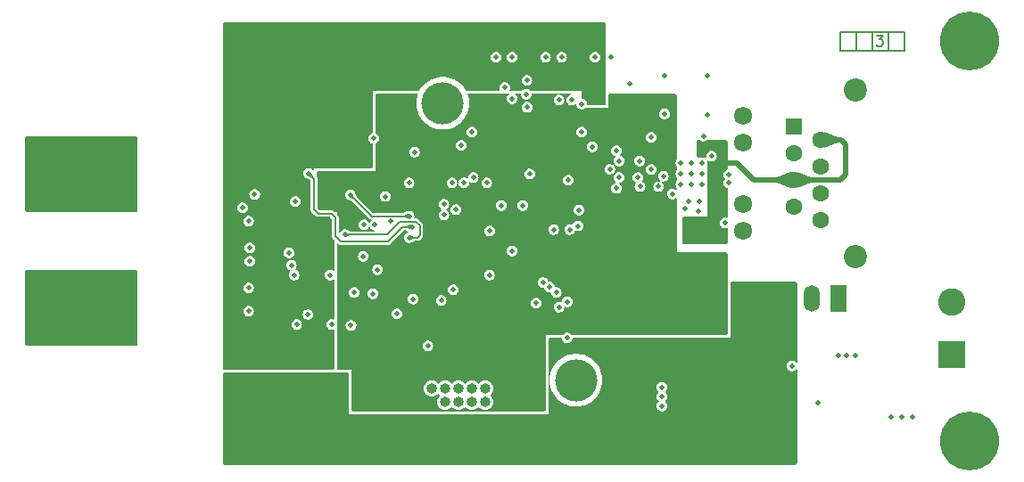
<source format=gbr>
G04 #@! TF.GenerationSoftware,KiCad,Pcbnew,8.0.2*
G04 #@! TF.CreationDate,2024-07-12T07:55:03+02:00*
G04 #@! TF.ProjectId,ETH1HMSR-SMS,45544831-484d-4535-922d-534d532e6b69,rev?*
G04 #@! TF.SameCoordinates,Original*
G04 #@! TF.FileFunction,Copper,L3,Inr*
G04 #@! TF.FilePolarity,Positive*
%FSLAX46Y46*%
G04 Gerber Fmt 4.6, Leading zero omitted, Abs format (unit mm)*
G04 Created by KiCad (PCBNEW 8.0.2) date 2024-07-12 07:55:03*
%MOMM*%
%LPD*%
G01*
G04 APERTURE LIST*
G04 Aperture macros list*
%AMRoundRect*
0 Rectangle with rounded corners*
0 $1 Rounding radius*
0 $2 $3 $4 $5 $6 $7 $8 $9 X,Y pos of 4 corners*
0 Add a 4 corners polygon primitive as box body*
4,1,4,$2,$3,$4,$5,$6,$7,$8,$9,$2,$3,0*
0 Add four circle primitives for the rounded corners*
1,1,$1+$1,$2,$3*
1,1,$1+$1,$4,$5*
1,1,$1+$1,$6,$7*
1,1,$1+$1,$8,$9*
0 Add four rect primitives between the rounded corners*
20,1,$1+$1,$2,$3,$4,$5,0*
20,1,$1+$1,$4,$5,$6,$7,0*
20,1,$1+$1,$6,$7,$8,$9,0*
20,1,$1+$1,$8,$9,$2,$3,0*%
G04 Aperture macros list end*
%ADD10C,0.200000*%
G04 #@! TA.AperFunction,NonConductor*
%ADD11C,0.200000*%
G04 #@! TD*
G04 #@! TA.AperFunction,ComponentPad*
%ADD12R,2.600000X2.600000*%
G04 #@! TD*
G04 #@! TA.AperFunction,ComponentPad*
%ADD13C,2.600000*%
G04 #@! TD*
G04 #@! TA.AperFunction,ComponentPad*
%ADD14RoundRect,0.248000X0.552000X-0.552000X0.552000X0.552000X-0.552000X0.552000X-0.552000X-0.552000X0*%
G04 #@! TD*
G04 #@! TA.AperFunction,ComponentPad*
%ADD15C,1.600000*%
G04 #@! TD*
G04 #@! TA.AperFunction,ComponentPad*
%ADD16C,1.720000*%
G04 #@! TD*
G04 #@! TA.AperFunction,ComponentPad*
%ADD17C,2.200000*%
G04 #@! TD*
G04 #@! TA.AperFunction,ComponentPad*
%ADD18C,5.600000*%
G04 #@! TD*
G04 #@! TA.AperFunction,ComponentPad*
%ADD19R,3.000000X3.000000*%
G04 #@! TD*
G04 #@! TA.AperFunction,ComponentPad*
%ADD20C,3.000000*%
G04 #@! TD*
G04 #@! TA.AperFunction,ComponentPad*
%ADD21R,1.000000X1.000000*%
G04 #@! TD*
G04 #@! TA.AperFunction,ComponentPad*
%ADD22O,1.000000X1.000000*%
G04 #@! TD*
G04 #@! TA.AperFunction,HeatsinkPad*
%ADD23C,0.500000*%
G04 #@! TD*
G04 #@! TA.AperFunction,ComponentPad*
%ADD24C,4.000000*%
G04 #@! TD*
G04 #@! TA.AperFunction,ComponentPad*
%ADD25R,1.500000X2.500000*%
G04 #@! TD*
G04 #@! TA.AperFunction,ComponentPad*
%ADD26O,1.500000X2.500000*%
G04 #@! TD*
G04 #@! TA.AperFunction,ViaPad*
%ADD27C,0.500000*%
G04 #@! TD*
G04 #@! TA.AperFunction,ViaPad*
%ADD28C,0.900000*%
G04 #@! TD*
G04 #@! TA.AperFunction,Conductor*
%ADD29C,0.127000*%
G04 #@! TD*
G04 #@! TA.AperFunction,Conductor*
%ADD30C,0.508000*%
G04 #@! TD*
G04 APERTURE END LIST*
D10*
D11*
X187626667Y-62952219D02*
X188245714Y-62952219D01*
X188245714Y-62952219D02*
X187912381Y-63333171D01*
X187912381Y-63333171D02*
X188055238Y-63333171D01*
X188055238Y-63333171D02*
X188150476Y-63380790D01*
X188150476Y-63380790D02*
X188198095Y-63428409D01*
X188198095Y-63428409D02*
X188245714Y-63523647D01*
X188245714Y-63523647D02*
X188245714Y-63761742D01*
X188245714Y-63761742D02*
X188198095Y-63856980D01*
X188198095Y-63856980D02*
X188150476Y-63904600D01*
X188150476Y-63904600D02*
X188055238Y-63952219D01*
X188055238Y-63952219D02*
X187769524Y-63952219D01*
X187769524Y-63952219D02*
X187674286Y-63904600D01*
X187674286Y-63904600D02*
X187626667Y-63856980D01*
D12*
G04 #@! TO.N,Net-(J201-Pin_1)*
G04 #@! TO.C,J201*
X194800000Y-93300000D03*
D13*
G04 #@! TO.N,GND*
X194800000Y-88300000D03*
G04 #@! TD*
D14*
G04 #@! TO.N,/Ethernet/ETH_TXP*
G04 #@! TO.C,J301*
X179800000Y-71600000D03*
D15*
G04 #@! TO.N,VCCQ*
X182340000Y-72870000D03*
G04 #@! TO.N,/Ethernet/ETH_TXN*
X179800000Y-74140000D03*
G04 #@! TO.N,/Ethernet/ETH_RXP*
X182340000Y-75410000D03*
G04 #@! TO.N,VCCQ*
X179800000Y-76680000D03*
G04 #@! TO.N,/Ethernet/ETH_RXN*
X182340000Y-77950000D03*
G04 #@! TO.N,unconnected-(J301-NC-Pad7)*
X179800000Y-79220000D03*
G04 #@! TO.N,Earth*
X182340000Y-80490000D03*
D16*
G04 #@! TO.N,Net-(J301-Pad9)*
X174970000Y-70580000D03*
G04 #@! TO.N,/Ethernet/LED1*
X174970000Y-73120000D03*
G04 #@! TO.N,Net-(J301-Pad11)*
X174970000Y-78970000D03*
G04 #@! TO.N,/Ethernet/LED2*
X174970000Y-81510000D03*
D17*
G04 #@! TO.N,Earth*
X185640000Y-68145000D03*
X185640000Y-83945000D03*
G04 #@! TD*
D18*
G04 #@! TO.N,N/C*
G04 #@! TO.C,H103*
X196500000Y-63500000D03*
G04 #@! TD*
D19*
G04 #@! TO.N,Net-(J501-Pin_1)*
G04 #@! TO.C,J501*
X108570000Y-77740000D03*
D20*
G04 #@! TO.N,Net-(J501-Pin_2)*
X108570000Y-87260000D03*
G04 #@! TD*
D21*
G04 #@! TO.N,+3.3V*
G04 #@! TO.C,J401*
X145405000Y-97780000D03*
D22*
G04 #@! TO.N,/MCU/TMS_SWDIO*
X145405000Y-96510000D03*
G04 #@! TO.N,GND*
X146675000Y-97780000D03*
G04 #@! TO.N,/MCU/TCK_SWCLK*
X146675000Y-96510000D03*
G04 #@! TO.N,GND*
X147945000Y-97780000D03*
G04 #@! TO.N,unconnected-(J401-Pin_6-Pad6)*
X147945000Y-96510000D03*
G04 #@! TO.N,unconnected-(J401-Pin_7-Pad7)*
X149215000Y-97780000D03*
G04 #@! TO.N,unconnected-(J401-Pin_8-Pad8)*
X149215000Y-96510000D03*
G04 #@! TO.N,unconnected-(J401-Pin_9-Pad9)*
X150485000Y-97780000D03*
G04 #@! TO.N,/MCU/NRST*
X150485000Y-96510000D03*
G04 #@! TD*
D18*
G04 #@! TO.N,N/C*
G04 #@! TO.C,H104*
X196500000Y-101500000D03*
G04 #@! TD*
D23*
G04 #@! TO.N,GND*
G04 #@! TO.C,U301*
X171053000Y-75073000D03*
X170053000Y-75073000D03*
X169053000Y-75073000D03*
X171053000Y-76073000D03*
X170053000Y-76073000D03*
X169053000Y-76073000D03*
X171053000Y-77073000D03*
X170053000Y-77073000D03*
X169053000Y-77073000D03*
G04 #@! TD*
D24*
G04 #@! TO.N,N/C*
G04 #@! TO.C,HS101*
X159101000Y-95710000D03*
X146461000Y-69390000D03*
G04 #@! TD*
D25*
G04 #@! TO.N,Net-(D201-K)*
G04 #@! TO.C,U201*
X184032500Y-87917500D03*
D26*
G04 #@! TO.N,GND*
X181492500Y-87917500D03*
G04 #@! TO.N,+5V*
X178952500Y-87917500D03*
G04 #@! TD*
D27*
G04 #@! TO.N,Net-(D201-K)*
X184785000Y-93345000D03*
X184023000Y-93345000D03*
X185613000Y-93345000D03*
G04 #@! TO.N,GND*
X154361000Y-68524000D03*
X155321000Y-88392000D03*
X138049000Y-87385500D03*
X159639000Y-69469000D03*
X158369000Y-76708000D03*
X146304000Y-88138000D03*
X150876000Y-85725000D03*
X150922500Y-81534000D03*
X128016000Y-89154000D03*
X140005939Y-80947354D03*
X160909000Y-65024000D03*
X132334000Y-85725000D03*
X127458000Y-79325000D03*
X132588000Y-90424000D03*
X167259000Y-96393000D03*
X139903200Y-72720200D03*
X157480000Y-69088000D03*
X154716586Y-76103586D03*
X153035000Y-65024000D03*
X167513000Y-66802000D03*
X167259000Y-97282000D03*
X158242000Y-91694000D03*
X143256000Y-76962000D03*
X171577000Y-66802000D03*
X156210000Y-65024000D03*
X162941000Y-73914000D03*
X132461000Y-78740000D03*
X159639000Y-72136000D03*
X158281000Y-88265000D03*
X149352000Y-76454000D03*
X167259000Y-98171000D03*
X145034000Y-92456000D03*
X173228000Y-80772000D03*
X142113000Y-89408000D03*
X143637000Y-88011000D03*
X162433000Y-65024000D03*
X131876800Y-83616800D03*
X151511000Y-65024000D03*
X157734000Y-65024000D03*
G04 #@! TO.N,+5V*
X134620000Y-98679000D03*
X135636000Y-98679000D03*
X133604000Y-98679000D03*
G04 #@! TO.N,+3.3V*
X171069000Y-85217000D03*
X145034000Y-89027000D03*
X156281000Y-75946000D03*
X153781000Y-76057000D03*
X163942891Y-78015000D03*
X152400000Y-97409000D03*
X139180000Y-97040000D03*
X159030500Y-89307500D03*
X140970000Y-74549000D03*
X169291000Y-85979000D03*
X169291000Y-85217000D03*
X170180000Y-85217000D03*
X159258000Y-76386500D03*
X146431000Y-77089000D03*
X154686000Y-85725000D03*
X171069000Y-85979000D03*
X139636500Y-90297000D03*
X134974500Y-78205500D03*
X170180000Y-85979000D03*
X166878000Y-75438000D03*
X164211000Y-71247000D03*
G04 #@! TO.N,Net-(U301-XTAL1{slash}CLKIN)*
X167513000Y-70421000D03*
G04 #@! TO.N,Net-(U301-VDDCR)*
X166243000Y-72644000D03*
G04 #@! TO.N,Net-(U301-XTAL2)*
X171577000Y-70548000D03*
G04 #@! TO.N,VCCQ*
X170688000Y-81026000D03*
X171323000Y-73279000D03*
X169926000Y-81026000D03*
X172212000Y-78232000D03*
G04 #@! TO.N,/MCU/NRST*
X153035000Y-83439000D03*
X169803000Y-78740000D03*
G04 #@! TO.N,VDDA*
X148209000Y-73406000D03*
G04 #@! TO.N,+5VL*
X139065000Y-74803000D03*
X135636000Y-94107000D03*
X131064000Y-79248000D03*
X160589000Y-69088000D03*
X135001000Y-81026000D03*
X128143000Y-85675000D03*
X133604000Y-94107000D03*
X134620000Y-94107000D03*
G04 #@! TO.N,+2V5*
X133670000Y-89474000D03*
X128143000Y-84405000D03*
G04 #@! TO.N,Net-(D201-A)*
X179578000Y-94361000D03*
G04 #@! TO.N,Net-(D202-K)*
X182057000Y-97851000D03*
G04 #@! TO.N,Net-(Q201-D)*
X189992000Y-99187000D03*
X191008000Y-99187000D03*
X188976000Y-99187000D03*
G04 #@! TO.N,/Ethernet/ETH_TXP*
X173609000Y-76198000D03*
G04 #@! TO.N,/Ethernet/ETH_TXN*
X173609000Y-76948000D03*
G04 #@! TO.N,/Ethernet/LED2*
X171196000Y-72517000D03*
G04 #@! TO.N,/MCU/MCU_DEF*
X160655000Y-73533000D03*
X164211000Y-67564000D03*
G04 #@! TO.N,/Ethernet/MODE0*
X165157000Y-74873000D03*
G04 #@! TO.N,/Ethernet/RMII_RXD0*
X163168998Y-74873000D03*
X147701000Y-79502000D03*
G04 #@! TO.N,/Ethernet/MODE1*
X166243000Y-75692000D03*
G04 #@! TO.N,/Ethernet/RMII_RXD1*
X162306000Y-75673000D03*
X146558000Y-80010000D03*
G04 #@! TO.N,Net-(U301-RXER{slash}PHYAD0)*
X167386000Y-76327000D03*
G04 #@! TO.N,/Ethernet/MODE2*
X164972389Y-76442634D03*
G04 #@! TO.N,/Ethernet/RMII_CRS_DV*
X146558000Y-78994000D03*
X163168998Y-76454000D03*
G04 #@! TO.N,/Ethernet/REFCLK0*
X165178500Y-77323000D03*
G04 #@! TO.N,/Ethernet/REF_CLK*
X148463000Y-76962000D03*
X162956499Y-77485499D03*
G04 #@! TO.N,/Ethernet/RMII_MDIO*
X147320000Y-76962000D03*
X166945500Y-77323000D03*
G04 #@! TO.N,Net-(U301-RBIAS)*
X171958000Y-74422000D03*
G04 #@! TO.N,/MCU/I2C1_SDA*
X156972000Y-81407000D03*
G04 #@! TO.N,/MCU/I2C1_SCL*
X158496000Y-81407000D03*
G04 #@! TO.N,Net-(U501-Veocd)*
X128601000Y-78055000D03*
G04 #@! TO.N,/Current/OCD_EXT*
X137668000Y-78105000D03*
X143256000Y-80137000D03*
X128016000Y-80595000D03*
G04 #@! TO.N,/Current/OCD_INT*
X128016000Y-86945000D03*
G04 #@! TO.N,/Ethernet/RMII_MDC*
X168242500Y-78010500D03*
X150622000Y-76962000D03*
G04 #@! TO.N,/Ethernet/RMII_TXEN*
X155956000Y-86427500D03*
X169418000Y-79375000D03*
G04 #@! TO.N,/Ethernet/RMII_TXD0*
X156591000Y-86868000D03*
X170803000Y-78752000D03*
G04 #@! TO.N,/Ethernet/RMII_TXD1*
X157226000Y-87376000D03*
X170688000Y-79629000D03*
G04 #@! TO.N,Net-(D501-K-Pad3)*
X143764000Y-74041000D03*
X138979000Y-80940000D03*
X139827000Y-87503000D03*
G04 #@! TO.N,/MCU/EEPROM_nWP*
X159282000Y-81050000D03*
D28*
G04 #@! TO.N,Net-(J501-Pin_1)*
X111760000Y-73660000D03*
X114300000Y-76200000D03*
X116840000Y-73660000D03*
X116840000Y-76200000D03*
X109220000Y-73660000D03*
X114300000Y-73660000D03*
X111760000Y-76200000D03*
G04 #@! TO.N,Net-(J501-Pin_2)*
X116840000Y-91440000D03*
X114300000Y-91440000D03*
X116840000Y-88900000D03*
X111760000Y-91440000D03*
X111760000Y-88900000D03*
X109220000Y-91440000D03*
X114300000Y-88900000D03*
D27*
G04 #@! TO.N,Net-(U501-Vout)*
X128143000Y-83135000D03*
G04 #@! TO.N,Net-(R507-Pad1)*
X132080000Y-84775000D03*
G04 #@! TO.N,/Current/MCU_ZOFFS*
X143510000Y-81153000D03*
X133731000Y-76073000D03*
G04 #@! TO.N,/Current/MCU_G1*
X137160000Y-81889600D03*
X143256000Y-82169000D03*
G04 #@! TO.N,Net-(R513-Pad2)*
X140993500Y-78255500D03*
G04 #@! TO.N,+3.3VADC*
X153035000Y-68961000D03*
X149225000Y-72136000D03*
X158689000Y-69088000D03*
G04 #@! TO.N,VDD*
X152329000Y-67918500D03*
X138914500Y-83947000D03*
G04 #@! TO.N,Net-(U403-PH0)*
X154051000Y-79121000D03*
G04 #@! TO.N,Net-(U403-PH1)*
X152019000Y-79121000D03*
G04 #@! TO.N,Net-(C419-Pad1)*
X147447000Y-87122000D03*
G04 #@! TO.N,Net-(U403-BOOT0)*
X159385000Y-79550000D03*
G04 #@! TO.N,/Current/VOUT*
X154455500Y-69783000D03*
X154432000Y-67224000D03*
G04 #@! TO.N,Net-(U502A--)*
X140271500Y-85217000D03*
X137744200Y-90500200D03*
G04 #@! TO.N,Net-(U502B-+)*
X135890000Y-90424000D03*
G04 #@! TO.N,Net-(U502A-+)*
X135763000Y-85725000D03*
G04 #@! TO.N,Net-(C420-Pad1)*
X157480000Y-88773000D03*
G04 #@! TO.N,Net-(R512-Pad2)*
X141519000Y-80604000D03*
G04 #@! TD*
D29*
G04 #@! TO.N,*
X190246000Y-64389000D02*
X190246000Y-62611000D01*
X184150000Y-62611000D02*
X190246000Y-62611000D01*
X188722000Y-62611000D02*
X188722000Y-64389000D01*
X185674000Y-64389000D02*
X185674000Y-62611000D01*
X190246000Y-64389000D02*
X184150000Y-64389000D01*
X184150000Y-64389000D02*
X184150000Y-62611000D01*
X187198000Y-62611000D02*
X187198000Y-64389000D01*
D30*
G04 #@! TO.N,VCCQ*
X184658000Y-76200000D02*
X184658000Y-73279000D01*
X173355000Y-75057000D02*
X174371000Y-75057000D01*
X175994000Y-76680000D02*
X179800000Y-76680000D01*
X184277000Y-72898000D02*
X182245000Y-72898000D01*
X184658000Y-73279000D02*
X184277000Y-72898000D01*
X184178000Y-76680000D02*
X184658000Y-76200000D01*
X179800000Y-76680000D02*
X184178000Y-76680000D01*
X174371000Y-75057000D02*
X175994000Y-76680000D01*
D29*
G04 #@! TO.N,/Current/OCD_EXT*
X143256000Y-80137000D02*
X139700000Y-80137000D01*
X139700000Y-80137000D02*
X137668000Y-78105000D01*
G04 #@! TO.N,/Current/MCU_ZOFFS*
X134239000Y-76581000D02*
X133731000Y-76073000D01*
X135890000Y-79883000D02*
X134620000Y-79883000D01*
X142621000Y-81153000D02*
X141224000Y-82550000D01*
X134620000Y-79883000D02*
X134239000Y-79502000D01*
X143510000Y-81153000D02*
X142621000Y-81153000D01*
X136779000Y-82550000D02*
X136271000Y-82042000D01*
X134239000Y-79502000D02*
X134239000Y-76581000D01*
X141224000Y-82550000D02*
X136779000Y-82550000D01*
X136271000Y-82042000D02*
X136271000Y-80264000D01*
X136271000Y-80264000D02*
X135890000Y-79883000D01*
G04 #@! TO.N,/Current/MCU_G1*
X144272000Y-81026000D02*
X144272000Y-81915000D01*
X142377895Y-80645000D02*
X143891000Y-80645000D01*
X141133295Y-81889600D02*
X142377895Y-80645000D01*
X143891000Y-80645000D02*
X144272000Y-81026000D01*
X144018000Y-82169000D02*
X143256000Y-82169000D01*
X144272000Y-81915000D02*
X144018000Y-82169000D01*
X137160000Y-81889600D02*
X141133295Y-81889600D01*
G04 #@! TD*
G04 #@! TA.AperFunction,Conductor*
G04 #@! TO.N,Net-(J501-Pin_2)*
G36*
X117363677Y-85236685D02*
G01*
X117384319Y-85253319D01*
X117438681Y-85307681D01*
X117472166Y-85369004D01*
X117475000Y-85395362D01*
X117475000Y-92277638D01*
X117455315Y-92344677D01*
X117438681Y-92365319D01*
X117384319Y-92419681D01*
X117322996Y-92453166D01*
X117296638Y-92456000D01*
X106985362Y-92456000D01*
X106918323Y-92436315D01*
X106897681Y-92419681D01*
X106843319Y-92365319D01*
X106809834Y-92303996D01*
X106807000Y-92277638D01*
X106807000Y-85395362D01*
X106826685Y-85328323D01*
X106843319Y-85307681D01*
X106897681Y-85253319D01*
X106959004Y-85219834D01*
X106985362Y-85217000D01*
X117296638Y-85217000D01*
X117363677Y-85236685D01*
G37*
G04 #@! TD.AperFunction*
G04 #@! TD*
G04 #@! TA.AperFunction,Conductor*
G04 #@! TO.N,Net-(J501-Pin_1)*
G36*
X117363677Y-72536685D02*
G01*
X117384319Y-72553319D01*
X117438681Y-72607681D01*
X117472166Y-72669004D01*
X117475000Y-72695362D01*
X117475000Y-79577638D01*
X117455315Y-79644677D01*
X117438681Y-79665319D01*
X117384319Y-79719681D01*
X117322996Y-79753166D01*
X117296638Y-79756000D01*
X106985362Y-79756000D01*
X106918323Y-79736315D01*
X106897681Y-79719681D01*
X106843319Y-79665319D01*
X106809834Y-79603996D01*
X106807000Y-79577638D01*
X106807000Y-72695362D01*
X106826685Y-72628323D01*
X106843319Y-72607681D01*
X106897681Y-72553319D01*
X106959004Y-72519834D01*
X106985362Y-72517000D01*
X117296638Y-72517000D01*
X117363677Y-72536685D01*
G37*
G04 #@! TD.AperFunction*
G04 #@! TD*
G04 #@! TA.AperFunction,Conductor*
G04 #@! TO.N,VCCQ*
G36*
X170871134Y-72907922D02*
G01*
X170964049Y-72967635D01*
X170984268Y-72980629D01*
X171031230Y-72994418D01*
X171123461Y-73021499D01*
X171123463Y-73021500D01*
X171123464Y-73021500D01*
X171268537Y-73021500D01*
X171268537Y-73021499D01*
X171407732Y-72980629D01*
X171507820Y-72916306D01*
X171520866Y-72907922D01*
X171554656Y-72898000D01*
X173329112Y-72898000D01*
X173373306Y-72916306D01*
X173463694Y-73006694D01*
X173482000Y-73050888D01*
X173482000Y-75662704D01*
X173463694Y-75706898D01*
X173437109Y-75722672D01*
X173397267Y-75734370D01*
X173275226Y-75812801D01*
X173180225Y-75922438D01*
X173180222Y-75922443D01*
X173119958Y-76054402D01*
X173119957Y-76054405D01*
X173099312Y-76198000D01*
X173119957Y-76341594D01*
X173119958Y-76341597D01*
X173180222Y-76473556D01*
X173180225Y-76473561D01*
X173230924Y-76532071D01*
X173246031Y-76577459D01*
X173230924Y-76613929D01*
X173180225Y-76672438D01*
X173180222Y-76672443D01*
X173119958Y-76804402D01*
X173119957Y-76804405D01*
X173099312Y-76948000D01*
X173119957Y-77091594D01*
X173119958Y-77091597D01*
X173180222Y-77223556D01*
X173180225Y-77223561D01*
X173275226Y-77333198D01*
X173397263Y-77411626D01*
X173397268Y-77411629D01*
X173437108Y-77423327D01*
X173474354Y-77453339D01*
X173482000Y-77483294D01*
X173482000Y-80237291D01*
X173463694Y-80281485D01*
X173419500Y-80299791D01*
X173401892Y-80297259D01*
X173300538Y-80267500D01*
X173300536Y-80267500D01*
X173155464Y-80267500D01*
X173155462Y-80267500D01*
X173016272Y-80308369D01*
X173016263Y-80308373D01*
X172894226Y-80386801D01*
X172799225Y-80496438D01*
X172799222Y-80496443D01*
X172738958Y-80628402D01*
X172738957Y-80628405D01*
X172718312Y-80772000D01*
X172738957Y-80915594D01*
X172738958Y-80915597D01*
X172799222Y-81047556D01*
X172799225Y-81047561D01*
X172894226Y-81157198D01*
X173009460Y-81231254D01*
X173016268Y-81235629D01*
X173150870Y-81275151D01*
X173155461Y-81276499D01*
X173155463Y-81276500D01*
X173155464Y-81276500D01*
X173300537Y-81276500D01*
X173300537Y-81276499D01*
X173355697Y-81260303D01*
X173401892Y-81246740D01*
X173449453Y-81251853D01*
X173479468Y-81289100D01*
X173482000Y-81306708D01*
X173482000Y-82651112D01*
X173463694Y-82695306D01*
X173373306Y-82785694D01*
X173329112Y-82804000D01*
X169316888Y-82804000D01*
X169272694Y-82785694D01*
X169182306Y-82695306D01*
X169164000Y-82651112D01*
X169164000Y-80289888D01*
X169182306Y-80245694D01*
X169272694Y-80155306D01*
X169316888Y-80137000D01*
X171450000Y-80137000D01*
X171577000Y-80137000D01*
X171577000Y-74891306D01*
X171595306Y-74847112D01*
X171639500Y-74828806D01*
X171673287Y-74838727D01*
X171746268Y-74885629D01*
X171885461Y-74926499D01*
X171885463Y-74926500D01*
X171885464Y-74926500D01*
X172030537Y-74926500D01*
X172030537Y-74926499D01*
X172169732Y-74885629D01*
X172242711Y-74838728D01*
X172291773Y-74807198D01*
X172386774Y-74697561D01*
X172386777Y-74697558D01*
X172447042Y-74565596D01*
X172467688Y-74422000D01*
X172447042Y-74278404D01*
X172386777Y-74146442D01*
X172386774Y-74146438D01*
X172291773Y-74036801D01*
X172169736Y-73958373D01*
X172169727Y-73958369D01*
X172030538Y-73917500D01*
X172030536Y-73917500D01*
X171885464Y-73917500D01*
X171885462Y-73917500D01*
X171746272Y-73958369D01*
X171746263Y-73958373D01*
X171624226Y-74036801D01*
X171529225Y-74146438D01*
X171529222Y-74146443D01*
X171468958Y-74278402D01*
X171468957Y-74278405D01*
X171448312Y-74421999D01*
X171456307Y-74477605D01*
X171444477Y-74523955D01*
X171403338Y-74548364D01*
X171394443Y-74549000D01*
X170713888Y-74549000D01*
X170669694Y-74530694D01*
X170579306Y-74440306D01*
X170561000Y-74396112D01*
X170561000Y-73050888D01*
X170579306Y-73006694D01*
X170669694Y-72916306D01*
X170713888Y-72898000D01*
X170837344Y-72898000D01*
X170871134Y-72907922D01*
G37*
G04 #@! TD.AperFunction*
G04 #@! TD*
G04 #@! TA.AperFunction,Conductor*
G04 #@! TO.N,+5VL*
G36*
X161816306Y-61740306D02*
G01*
X161906694Y-61830694D01*
X161925000Y-61874888D01*
X161925000Y-65007788D01*
X161924364Y-65016681D01*
X161923312Y-65023998D01*
X161923312Y-65023999D01*
X161924364Y-65031317D01*
X161925000Y-65040211D01*
X161925000Y-69443112D01*
X161906694Y-69487306D01*
X161816306Y-69577694D01*
X161772112Y-69596000D01*
X160202557Y-69596000D01*
X160158363Y-69577694D01*
X160140057Y-69533500D01*
X160140693Y-69524605D01*
X160148688Y-69469000D01*
X160128042Y-69325404D01*
X160067777Y-69193442D01*
X160067774Y-69193438D01*
X159972773Y-69083801D01*
X159850736Y-69005373D01*
X159850727Y-69005369D01*
X159711538Y-68964500D01*
X159711536Y-68964500D01*
X159701500Y-68964500D01*
X159657306Y-68946194D01*
X159639000Y-68902000D01*
X159639000Y-68326000D01*
X159639000Y-68199000D01*
X159512000Y-68199000D01*
X154775478Y-68199000D01*
X154731284Y-68180694D01*
X154728244Y-68177429D01*
X154694773Y-68138801D01*
X154572736Y-68060373D01*
X154572727Y-68060369D01*
X154433538Y-68019500D01*
X154433536Y-68019500D01*
X154288464Y-68019500D01*
X154288462Y-68019500D01*
X154149272Y-68060369D01*
X154149263Y-68060373D01*
X154027226Y-68138801D01*
X153993756Y-68177429D01*
X153950981Y-68198841D01*
X153946522Y-68199000D01*
X152852772Y-68199000D01*
X152808578Y-68180694D01*
X152790272Y-68136500D01*
X152795920Y-68110537D01*
X152802964Y-68095110D01*
X152818042Y-68062096D01*
X152838688Y-67918500D01*
X152818042Y-67774904D01*
X152757777Y-67642942D01*
X152728536Y-67609196D01*
X152662773Y-67533301D01*
X152540736Y-67454873D01*
X152540727Y-67454869D01*
X152401538Y-67414000D01*
X152401536Y-67414000D01*
X152256464Y-67414000D01*
X152256462Y-67414000D01*
X152117272Y-67454869D01*
X152117263Y-67454873D01*
X151995226Y-67533301D01*
X151900225Y-67642938D01*
X151900222Y-67642943D01*
X151839958Y-67774902D01*
X151839957Y-67774905D01*
X151819312Y-67918500D01*
X151839957Y-68062094D01*
X151839958Y-68062097D01*
X151862080Y-68110537D01*
X151863787Y-68158342D01*
X151831191Y-68193352D01*
X151805228Y-68199000D01*
X148710531Y-68199000D01*
X148666337Y-68180694D01*
X148657761Y-68169989D01*
X148494435Y-67912628D01*
X148494433Y-67912626D01*
X148293232Y-67669417D01*
X148063139Y-67453345D01*
X147945116Y-67367597D01*
X147807779Y-67267816D01*
X147807775Y-67267813D01*
X147728079Y-67224000D01*
X153922312Y-67224000D01*
X153942957Y-67367594D01*
X153942958Y-67367597D01*
X154003222Y-67499556D01*
X154003225Y-67499561D01*
X154098226Y-67609198D01*
X154191931Y-67669418D01*
X154220268Y-67687629D01*
X154359461Y-67728499D01*
X154359463Y-67728500D01*
X154359464Y-67728500D01*
X154504537Y-67728500D01*
X154504537Y-67728499D01*
X154643732Y-67687629D01*
X154713272Y-67642938D01*
X154765773Y-67609198D01*
X154860774Y-67499561D01*
X154860777Y-67499558D01*
X154921042Y-67367596D01*
X154941688Y-67224000D01*
X154921042Y-67080404D01*
X154860777Y-66948442D01*
X154860774Y-66948438D01*
X154765773Y-66838801D01*
X154643736Y-66760373D01*
X154643727Y-66760369D01*
X154504538Y-66719500D01*
X154504536Y-66719500D01*
X154359464Y-66719500D01*
X154359462Y-66719500D01*
X154220272Y-66760369D01*
X154220263Y-66760373D01*
X154098226Y-66838801D01*
X154003225Y-66948438D01*
X154003222Y-66948443D01*
X153942958Y-67080402D01*
X153942957Y-67080405D01*
X153922312Y-67224000D01*
X147728079Y-67224000D01*
X147531179Y-67115753D01*
X147531176Y-67115752D01*
X147237707Y-66999558D01*
X147237688Y-66999552D01*
X146931977Y-66921060D01*
X146931979Y-66921060D01*
X146681451Y-66889412D01*
X146618821Y-66881500D01*
X146303179Y-66881500D01*
X146240548Y-66889412D01*
X145990021Y-66921060D01*
X145684311Y-66999552D01*
X145684292Y-66999558D01*
X145390823Y-67115752D01*
X145390820Y-67115753D01*
X145114224Y-67267813D01*
X145114224Y-67267814D01*
X144858860Y-67453345D01*
X144628767Y-67669417D01*
X144427566Y-67912626D01*
X144427564Y-67912628D01*
X144264239Y-68169989D01*
X144225103Y-68197495D01*
X144211469Y-68199000D01*
X139954000Y-68199000D01*
X139827000Y-68199000D01*
X139827000Y-68326000D01*
X139827000Y-72169988D01*
X139808694Y-72214182D01*
X139782108Y-72229956D01*
X139691472Y-72256569D01*
X139691463Y-72256573D01*
X139569426Y-72335001D01*
X139474425Y-72444638D01*
X139474422Y-72444643D01*
X139414158Y-72576602D01*
X139414157Y-72576605D01*
X139393512Y-72720200D01*
X139414157Y-72863794D01*
X139414158Y-72863797D01*
X139474422Y-72995756D01*
X139474425Y-72995761D01*
X139569426Y-73105398D01*
X139691463Y-73183826D01*
X139691468Y-73183829D01*
X139782110Y-73210443D01*
X139819354Y-73240456D01*
X139827000Y-73270410D01*
X139827000Y-75412112D01*
X139808694Y-75456306D01*
X139718306Y-75546694D01*
X139674112Y-75565000D01*
X134239000Y-75565000D01*
X134239000Y-75692000D01*
X134239000Y-75721300D01*
X134220694Y-75765494D01*
X134176500Y-75783800D01*
X134132306Y-75765494D01*
X134129266Y-75762229D01*
X134064773Y-75687801D01*
X133942736Y-75609373D01*
X133942727Y-75609369D01*
X133803538Y-75568500D01*
X133803536Y-75568500D01*
X133658464Y-75568500D01*
X133658462Y-75568500D01*
X133519272Y-75609369D01*
X133519263Y-75609373D01*
X133397226Y-75687801D01*
X133302225Y-75797438D01*
X133302222Y-75797443D01*
X133241958Y-75929402D01*
X133241957Y-75929405D01*
X133221312Y-76073000D01*
X133241957Y-76216594D01*
X133241958Y-76216597D01*
X133302222Y-76348556D01*
X133302225Y-76348561D01*
X133397226Y-76458198D01*
X133493833Y-76520283D01*
X133519268Y-76536629D01*
X133528364Y-76539299D01*
X133545480Y-76547301D01*
X133546787Y-76548175D01*
X133882419Y-76687204D01*
X133916243Y-76721028D01*
X133921000Y-76744945D01*
X133921000Y-79543863D01*
X133921001Y-79543871D01*
X133942670Y-79624743D01*
X133942671Y-79624746D01*
X133984536Y-79697256D01*
X133984541Y-79697262D01*
X134239000Y-79951720D01*
X134239000Y-80010000D01*
X134297280Y-80010000D01*
X134365537Y-80078257D01*
X134424743Y-80137463D01*
X134497257Y-80179329D01*
X134497260Y-80179330D01*
X134546749Y-80192590D01*
X134578135Y-80201000D01*
X134661865Y-80201000D01*
X135732392Y-80201000D01*
X135776586Y-80219306D01*
X135934694Y-80377414D01*
X135953000Y-80421608D01*
X135953000Y-82083863D01*
X135953001Y-82083871D01*
X135974670Y-82164743D01*
X135974671Y-82164746D01*
X136016536Y-82237256D01*
X136016541Y-82237262D01*
X136125694Y-82346414D01*
X136144000Y-82390608D01*
X136144000Y-85255692D01*
X136125694Y-85299886D01*
X136081500Y-85318192D01*
X136047710Y-85308271D01*
X135976703Y-85262638D01*
X135974732Y-85261371D01*
X135974729Y-85261370D01*
X135974727Y-85261369D01*
X135835538Y-85220500D01*
X135835536Y-85220500D01*
X135690464Y-85220500D01*
X135690462Y-85220500D01*
X135551272Y-85261369D01*
X135551263Y-85261373D01*
X135429226Y-85339801D01*
X135334225Y-85449438D01*
X135334222Y-85449443D01*
X135273958Y-85581402D01*
X135273957Y-85581405D01*
X135253312Y-85725000D01*
X135273957Y-85868594D01*
X135273958Y-85868597D01*
X135334222Y-86000556D01*
X135334225Y-86000561D01*
X135429226Y-86110198D01*
X135551263Y-86188626D01*
X135551268Y-86188629D01*
X135572326Y-86194812D01*
X135690461Y-86229499D01*
X135690463Y-86229500D01*
X135690464Y-86229500D01*
X135835537Y-86229500D01*
X135835537Y-86229499D01*
X135974732Y-86188629D01*
X136047711Y-86141727D01*
X136094784Y-86133234D01*
X136134078Y-86160515D01*
X136144000Y-86194306D01*
X136144000Y-89889291D01*
X136125694Y-89933485D01*
X136081500Y-89951791D01*
X136063892Y-89949259D01*
X135962538Y-89919500D01*
X135962536Y-89919500D01*
X135817464Y-89919500D01*
X135817462Y-89919500D01*
X135678272Y-89960369D01*
X135678263Y-89960373D01*
X135556226Y-90038801D01*
X135461225Y-90148438D01*
X135461222Y-90148443D01*
X135400958Y-90280402D01*
X135400957Y-90280405D01*
X135380312Y-90424000D01*
X135400957Y-90567594D01*
X135400958Y-90567597D01*
X135461222Y-90699556D01*
X135461225Y-90699561D01*
X135556226Y-90809198D01*
X135674793Y-90885396D01*
X135678268Y-90887629D01*
X135733523Y-90903853D01*
X135817461Y-90928499D01*
X135817463Y-90928500D01*
X135817464Y-90928500D01*
X135962537Y-90928500D01*
X135962537Y-90928499D01*
X136017697Y-90912303D01*
X136063892Y-90898740D01*
X136111453Y-90903853D01*
X136141468Y-90941100D01*
X136144000Y-90958708D01*
X136144000Y-94589112D01*
X136125694Y-94633306D01*
X136040806Y-94718194D01*
X135996612Y-94736500D01*
X125752817Y-94736500D01*
X125752817Y-94735236D01*
X125710937Y-94722515D01*
X125706411Y-94718411D01*
X125621306Y-94633306D01*
X125603000Y-94589112D01*
X125603000Y-90424000D01*
X132078312Y-90424000D01*
X132098957Y-90567594D01*
X132098958Y-90567597D01*
X132159222Y-90699556D01*
X132159225Y-90699561D01*
X132254226Y-90809198D01*
X132372793Y-90885396D01*
X132376268Y-90887629D01*
X132431523Y-90903853D01*
X132515461Y-90928499D01*
X132515463Y-90928500D01*
X132515464Y-90928500D01*
X132660537Y-90928500D01*
X132660537Y-90928499D01*
X132799732Y-90887629D01*
X132845535Y-90858192D01*
X132921773Y-90809198D01*
X132921775Y-90809196D01*
X133016777Y-90699558D01*
X133077042Y-90567596D01*
X133097688Y-90424000D01*
X133077042Y-90280404D01*
X133016777Y-90148442D01*
X132987803Y-90115004D01*
X132921773Y-90038801D01*
X132799736Y-89960373D01*
X132799727Y-89960369D01*
X132660538Y-89919500D01*
X132660536Y-89919500D01*
X132515464Y-89919500D01*
X132515462Y-89919500D01*
X132376272Y-89960369D01*
X132376263Y-89960373D01*
X132254226Y-90038801D01*
X132159225Y-90148438D01*
X132159222Y-90148443D01*
X132098958Y-90280402D01*
X132098957Y-90280405D01*
X132078312Y-90424000D01*
X125603000Y-90424000D01*
X125603000Y-89154000D01*
X127506312Y-89154000D01*
X127526957Y-89297594D01*
X127526958Y-89297597D01*
X127587222Y-89429556D01*
X127587225Y-89429561D01*
X127682226Y-89539198D01*
X127804218Y-89617597D01*
X127804268Y-89617629D01*
X127943461Y-89658499D01*
X127943463Y-89658500D01*
X127943464Y-89658500D01*
X128088537Y-89658500D01*
X128088537Y-89658499D01*
X128227732Y-89617629D01*
X128281525Y-89583058D01*
X128349773Y-89539198D01*
X128349775Y-89539196D01*
X128406268Y-89474000D01*
X133160312Y-89474000D01*
X133180957Y-89617594D01*
X133180958Y-89617597D01*
X133241222Y-89749556D01*
X133241225Y-89749561D01*
X133336226Y-89859198D01*
X133458263Y-89937626D01*
X133458268Y-89937629D01*
X133597461Y-89978499D01*
X133597463Y-89978500D01*
X133597464Y-89978500D01*
X133742537Y-89978500D01*
X133742537Y-89978499D01*
X133881732Y-89937629D01*
X133956947Y-89889291D01*
X134003773Y-89859198D01*
X134003775Y-89859196D01*
X134098777Y-89749558D01*
X134159042Y-89617596D01*
X134179688Y-89474000D01*
X134159042Y-89330404D01*
X134098777Y-89198442D01*
X134098774Y-89198438D01*
X134003773Y-89088801D01*
X133881736Y-89010373D01*
X133881727Y-89010369D01*
X133742538Y-88969500D01*
X133742536Y-88969500D01*
X133597464Y-88969500D01*
X133597462Y-88969500D01*
X133458272Y-89010369D01*
X133458263Y-89010373D01*
X133336226Y-89088801D01*
X133241225Y-89198438D01*
X133241222Y-89198443D01*
X133180958Y-89330402D01*
X133180957Y-89330405D01*
X133160312Y-89474000D01*
X128406268Y-89474000D01*
X128444777Y-89429558D01*
X128505042Y-89297596D01*
X128525688Y-89154000D01*
X128505042Y-89010404D01*
X128444777Y-88878442D01*
X128444774Y-88878438D01*
X128349773Y-88768801D01*
X128227736Y-88690373D01*
X128227727Y-88690369D01*
X128088538Y-88649500D01*
X128088536Y-88649500D01*
X127943464Y-88649500D01*
X127943462Y-88649500D01*
X127804272Y-88690369D01*
X127804263Y-88690373D01*
X127682226Y-88768801D01*
X127587225Y-88878438D01*
X127587222Y-88878443D01*
X127526958Y-89010402D01*
X127526957Y-89010405D01*
X127506312Y-89154000D01*
X125603000Y-89154000D01*
X125603000Y-86945000D01*
X127506312Y-86945000D01*
X127526957Y-87088594D01*
X127526958Y-87088597D01*
X127587222Y-87220556D01*
X127587225Y-87220561D01*
X127682226Y-87330198D01*
X127787041Y-87397558D01*
X127804268Y-87408629D01*
X127943461Y-87449499D01*
X127943463Y-87449500D01*
X127943464Y-87449500D01*
X128088537Y-87449500D01*
X128088537Y-87449499D01*
X128227732Y-87408629D01*
X128304327Y-87359404D01*
X128349773Y-87330198D01*
X128416496Y-87253196D01*
X128444777Y-87220558D01*
X128505042Y-87088596D01*
X128525688Y-86945000D01*
X128505042Y-86801404D01*
X128444777Y-86669442D01*
X128399769Y-86617500D01*
X128349773Y-86559801D01*
X128227736Y-86481373D01*
X128227727Y-86481369D01*
X128088538Y-86440500D01*
X128088536Y-86440500D01*
X127943464Y-86440500D01*
X127943462Y-86440500D01*
X127804272Y-86481369D01*
X127804263Y-86481373D01*
X127682226Y-86559801D01*
X127587225Y-86669438D01*
X127587222Y-86669443D01*
X127526958Y-86801402D01*
X127526957Y-86801405D01*
X127506312Y-86945000D01*
X125603000Y-86945000D01*
X125603000Y-84405000D01*
X127633312Y-84405000D01*
X127653957Y-84548594D01*
X127653958Y-84548597D01*
X127714222Y-84680556D01*
X127714225Y-84680561D01*
X127809226Y-84790198D01*
X127931263Y-84868626D01*
X127931268Y-84868629D01*
X128070461Y-84909499D01*
X128070463Y-84909500D01*
X128070464Y-84909500D01*
X128215537Y-84909500D01*
X128215537Y-84909499D01*
X128354732Y-84868629D01*
X128412032Y-84831804D01*
X128476773Y-84790198D01*
X128489942Y-84775000D01*
X131570312Y-84775000D01*
X131590957Y-84918594D01*
X131590958Y-84918597D01*
X131651222Y-85050556D01*
X131651225Y-85050561D01*
X131746226Y-85160198D01*
X131866295Y-85237361D01*
X131868268Y-85238629D01*
X131892491Y-85245741D01*
X131950035Y-85262638D01*
X131987282Y-85292653D01*
X131992395Y-85340214D01*
X131979661Y-85363535D01*
X131905225Y-85449438D01*
X131905222Y-85449443D01*
X131844958Y-85581402D01*
X131844957Y-85581405D01*
X131824312Y-85725000D01*
X131844957Y-85868594D01*
X131844958Y-85868597D01*
X131905222Y-86000556D01*
X131905225Y-86000561D01*
X132000226Y-86110198D01*
X132122263Y-86188626D01*
X132122268Y-86188629D01*
X132143326Y-86194812D01*
X132261461Y-86229499D01*
X132261463Y-86229500D01*
X132261464Y-86229500D01*
X132406537Y-86229500D01*
X132406537Y-86229499D01*
X132545732Y-86188629D01*
X132618711Y-86141728D01*
X132667773Y-86110198D01*
X132667775Y-86110196D01*
X132762777Y-86000558D01*
X132823042Y-85868596D01*
X132843688Y-85725000D01*
X132823042Y-85581404D01*
X132762777Y-85449442D01*
X132762774Y-85449438D01*
X132667773Y-85339801D01*
X132545736Y-85261373D01*
X132545733Y-85261371D01*
X132545732Y-85261371D01*
X132545729Y-85261370D01*
X132463963Y-85237361D01*
X132426717Y-85207346D01*
X132421604Y-85159784D01*
X132434336Y-85136466D01*
X132508777Y-85050558D01*
X132569042Y-84918596D01*
X132589688Y-84775000D01*
X132569042Y-84631404D01*
X132508777Y-84499442D01*
X132467235Y-84451500D01*
X132413773Y-84389801D01*
X132291736Y-84311373D01*
X132291727Y-84311369D01*
X132152538Y-84270500D01*
X132152536Y-84270500D01*
X132007464Y-84270500D01*
X132007462Y-84270500D01*
X131868272Y-84311369D01*
X131868263Y-84311373D01*
X131746226Y-84389801D01*
X131651225Y-84499438D01*
X131651222Y-84499443D01*
X131590958Y-84631402D01*
X131590957Y-84631405D01*
X131570312Y-84775000D01*
X128489942Y-84775000D01*
X128571774Y-84680561D01*
X128571777Y-84680558D01*
X128632042Y-84548596D01*
X128652688Y-84405000D01*
X128632042Y-84261404D01*
X128571777Y-84129442D01*
X128564722Y-84121300D01*
X128476773Y-84019801D01*
X128354736Y-83941373D01*
X128354727Y-83941369D01*
X128215538Y-83900500D01*
X128215536Y-83900500D01*
X128070464Y-83900500D01*
X128070462Y-83900500D01*
X127931272Y-83941369D01*
X127931263Y-83941373D01*
X127809226Y-84019801D01*
X127714225Y-84129438D01*
X127714222Y-84129443D01*
X127653958Y-84261402D01*
X127653957Y-84261405D01*
X127633312Y-84405000D01*
X125603000Y-84405000D01*
X125603000Y-83135000D01*
X127633312Y-83135000D01*
X127653957Y-83278594D01*
X127653958Y-83278597D01*
X127714222Y-83410556D01*
X127714225Y-83410561D01*
X127809226Y-83520198D01*
X127906320Y-83582596D01*
X127931268Y-83598629D01*
X127993154Y-83616800D01*
X128070461Y-83639499D01*
X128070463Y-83639500D01*
X128070464Y-83639500D01*
X128215537Y-83639500D01*
X128215537Y-83639499D01*
X128292845Y-83616800D01*
X131367112Y-83616800D01*
X131387757Y-83760394D01*
X131387758Y-83760397D01*
X131448022Y-83892356D01*
X131448025Y-83892361D01*
X131543026Y-84001998D01*
X131665063Y-84080426D01*
X131665068Y-84080429D01*
X131804261Y-84121299D01*
X131804263Y-84121300D01*
X131804264Y-84121300D01*
X131949337Y-84121300D01*
X131949337Y-84121299D01*
X132088532Y-84080429D01*
X132134335Y-84050992D01*
X132210573Y-84001998D01*
X132263107Y-83941371D01*
X132305577Y-83892358D01*
X132365842Y-83760396D01*
X132386488Y-83616800D01*
X132365842Y-83473204D01*
X132305577Y-83341242D01*
X132305574Y-83341238D01*
X132210573Y-83231601D01*
X132088536Y-83153173D01*
X132088527Y-83153169D01*
X131949338Y-83112300D01*
X131949336Y-83112300D01*
X131804264Y-83112300D01*
X131804262Y-83112300D01*
X131665072Y-83153169D01*
X131665063Y-83153173D01*
X131543026Y-83231601D01*
X131448025Y-83341238D01*
X131448022Y-83341243D01*
X131387758Y-83473202D01*
X131387757Y-83473205D01*
X131367112Y-83616800D01*
X128292845Y-83616800D01*
X128354732Y-83598629D01*
X128412032Y-83561804D01*
X128476773Y-83520198D01*
X128517494Y-83473204D01*
X128571777Y-83410558D01*
X128632042Y-83278596D01*
X128652688Y-83135000D01*
X128632042Y-82991404D01*
X128571777Y-82859442D01*
X128560415Y-82846329D01*
X128476773Y-82749801D01*
X128354736Y-82671373D01*
X128354727Y-82671369D01*
X128215538Y-82630500D01*
X128215536Y-82630500D01*
X128070464Y-82630500D01*
X128070462Y-82630500D01*
X127931272Y-82671369D01*
X127931263Y-82671373D01*
X127809226Y-82749801D01*
X127714225Y-82859438D01*
X127714222Y-82859443D01*
X127653958Y-82991402D01*
X127653957Y-82991405D01*
X127633312Y-83135000D01*
X125603000Y-83135000D01*
X125603000Y-80595000D01*
X127506312Y-80595000D01*
X127526957Y-80738594D01*
X127526958Y-80738597D01*
X127587222Y-80870556D01*
X127587225Y-80870561D01*
X127682226Y-80980198D01*
X127790841Y-81050000D01*
X127804268Y-81058629D01*
X127914345Y-81090950D01*
X127943461Y-81099499D01*
X127943463Y-81099500D01*
X127943464Y-81099500D01*
X128088537Y-81099500D01*
X128088537Y-81099499D01*
X128227732Y-81058629D01*
X128285032Y-81021804D01*
X128349773Y-80980198D01*
X128349775Y-80980196D01*
X128444777Y-80870558D01*
X128505042Y-80738596D01*
X128525688Y-80595000D01*
X128505042Y-80451404D01*
X128444777Y-80319442D01*
X128444774Y-80319438D01*
X128349773Y-80209801D01*
X128227736Y-80131373D01*
X128227727Y-80131369D01*
X128088538Y-80090500D01*
X128088536Y-80090500D01*
X127943464Y-80090500D01*
X127943462Y-80090500D01*
X127804272Y-80131369D01*
X127804263Y-80131373D01*
X127682226Y-80209801D01*
X127587225Y-80319438D01*
X127587222Y-80319443D01*
X127526958Y-80451402D01*
X127526957Y-80451405D01*
X127506312Y-80595000D01*
X125603000Y-80595000D01*
X125603000Y-79325000D01*
X126948312Y-79325000D01*
X126968957Y-79468594D01*
X126968958Y-79468597D01*
X127029222Y-79600556D01*
X127029225Y-79600561D01*
X127124226Y-79710198D01*
X127229041Y-79777558D01*
X127246268Y-79788629D01*
X127349704Y-79819000D01*
X127385461Y-79829499D01*
X127385463Y-79829500D01*
X127385464Y-79829500D01*
X127530537Y-79829500D01*
X127530537Y-79829499D01*
X127669732Y-79788629D01*
X127754048Y-79734442D01*
X127791773Y-79710198D01*
X127802982Y-79697262D01*
X127886777Y-79600558D01*
X127947042Y-79468596D01*
X127967688Y-79325000D01*
X127947042Y-79181404D01*
X127886777Y-79049442D01*
X127886774Y-79049438D01*
X127791773Y-78939801D01*
X127669736Y-78861373D01*
X127669727Y-78861369D01*
X127530538Y-78820500D01*
X127530536Y-78820500D01*
X127385464Y-78820500D01*
X127385462Y-78820500D01*
X127246272Y-78861369D01*
X127246263Y-78861373D01*
X127124226Y-78939801D01*
X127029225Y-79049438D01*
X127029222Y-79049443D01*
X126968958Y-79181402D01*
X126968957Y-79181405D01*
X126948312Y-79325000D01*
X125603000Y-79325000D01*
X125603000Y-78740000D01*
X131951312Y-78740000D01*
X131971957Y-78883594D01*
X131971958Y-78883597D01*
X132032222Y-79015556D01*
X132032225Y-79015561D01*
X132127226Y-79125198D01*
X132249263Y-79203626D01*
X132249268Y-79203629D01*
X132388461Y-79244499D01*
X132388463Y-79244500D01*
X132388464Y-79244500D01*
X132533537Y-79244500D01*
X132533537Y-79244499D01*
X132672732Y-79203629D01*
X132718535Y-79174192D01*
X132794773Y-79125198D01*
X132798411Y-79121000D01*
X132889777Y-79015558D01*
X132950042Y-78883596D01*
X132970688Y-78740000D01*
X132950042Y-78596404D01*
X132889777Y-78464442D01*
X132889774Y-78464438D01*
X132794773Y-78354801D01*
X132672736Y-78276373D01*
X132672727Y-78276369D01*
X132533538Y-78235500D01*
X132533536Y-78235500D01*
X132388464Y-78235500D01*
X132388462Y-78235500D01*
X132249272Y-78276369D01*
X132249263Y-78276373D01*
X132127226Y-78354801D01*
X132032225Y-78464438D01*
X132032222Y-78464443D01*
X131971958Y-78596402D01*
X131971957Y-78596405D01*
X131951312Y-78740000D01*
X125603000Y-78740000D01*
X125603000Y-78055000D01*
X128091312Y-78055000D01*
X128111957Y-78198594D01*
X128111958Y-78198597D01*
X128172222Y-78330556D01*
X128172225Y-78330561D01*
X128267226Y-78440198D01*
X128389263Y-78518626D01*
X128389268Y-78518629D01*
X128431598Y-78531058D01*
X128528461Y-78559499D01*
X128528463Y-78559500D01*
X128528464Y-78559500D01*
X128673537Y-78559500D01*
X128673537Y-78559499D01*
X128812732Y-78518629D01*
X128871193Y-78481058D01*
X128934773Y-78440198D01*
X128970388Y-78399096D01*
X129029777Y-78330558D01*
X129090042Y-78198596D01*
X129110688Y-78055000D01*
X129090042Y-77911404D01*
X129029777Y-77779442D01*
X129029774Y-77779438D01*
X128934773Y-77669801D01*
X128812736Y-77591373D01*
X128812727Y-77591369D01*
X128673538Y-77550500D01*
X128673536Y-77550500D01*
X128528464Y-77550500D01*
X128528462Y-77550500D01*
X128389272Y-77591369D01*
X128389263Y-77591373D01*
X128267226Y-77669801D01*
X128172225Y-77779438D01*
X128172222Y-77779443D01*
X128111958Y-77911402D01*
X128111957Y-77911405D01*
X128091312Y-78055000D01*
X125603000Y-78055000D01*
X125603000Y-65024000D01*
X151001312Y-65024000D01*
X151021957Y-65167594D01*
X151021958Y-65167597D01*
X151082222Y-65299556D01*
X151082225Y-65299561D01*
X151177226Y-65409198D01*
X151299263Y-65487626D01*
X151299268Y-65487629D01*
X151438461Y-65528499D01*
X151438463Y-65528500D01*
X151438464Y-65528500D01*
X151583537Y-65528500D01*
X151583537Y-65528499D01*
X151722732Y-65487629D01*
X151768535Y-65458192D01*
X151844773Y-65409198D01*
X151939774Y-65299561D01*
X151939777Y-65299558D01*
X152000042Y-65167596D01*
X152020688Y-65024000D01*
X152525312Y-65024000D01*
X152545957Y-65167594D01*
X152545958Y-65167597D01*
X152606222Y-65299556D01*
X152606225Y-65299561D01*
X152701226Y-65409198D01*
X152823263Y-65487626D01*
X152823268Y-65487629D01*
X152962461Y-65528499D01*
X152962463Y-65528500D01*
X152962464Y-65528500D01*
X153107537Y-65528500D01*
X153107537Y-65528499D01*
X153246732Y-65487629D01*
X153292535Y-65458192D01*
X153368773Y-65409198D01*
X153463774Y-65299561D01*
X153463777Y-65299558D01*
X153524042Y-65167596D01*
X153544688Y-65024000D01*
X155700312Y-65024000D01*
X155720957Y-65167594D01*
X155720958Y-65167597D01*
X155781222Y-65299556D01*
X155781225Y-65299561D01*
X155876226Y-65409198D01*
X155998263Y-65487626D01*
X155998268Y-65487629D01*
X156137461Y-65528499D01*
X156137463Y-65528500D01*
X156137464Y-65528500D01*
X156282537Y-65528500D01*
X156282537Y-65528499D01*
X156421732Y-65487629D01*
X156467535Y-65458192D01*
X156543773Y-65409198D01*
X156638774Y-65299561D01*
X156638777Y-65299558D01*
X156699042Y-65167596D01*
X156719688Y-65024000D01*
X157224312Y-65024000D01*
X157244957Y-65167594D01*
X157244958Y-65167597D01*
X157305222Y-65299556D01*
X157305225Y-65299561D01*
X157400226Y-65409198D01*
X157522263Y-65487626D01*
X157522268Y-65487629D01*
X157661461Y-65528499D01*
X157661463Y-65528500D01*
X157661464Y-65528500D01*
X157806537Y-65528500D01*
X157806537Y-65528499D01*
X157945732Y-65487629D01*
X157991535Y-65458192D01*
X158067773Y-65409198D01*
X158162774Y-65299561D01*
X158162777Y-65299558D01*
X158223042Y-65167596D01*
X158243688Y-65024000D01*
X160399312Y-65024000D01*
X160419957Y-65167594D01*
X160419958Y-65167597D01*
X160480222Y-65299556D01*
X160480225Y-65299561D01*
X160575226Y-65409198D01*
X160697263Y-65487626D01*
X160697268Y-65487629D01*
X160836461Y-65528499D01*
X160836463Y-65528500D01*
X160836464Y-65528500D01*
X160981537Y-65528500D01*
X160981537Y-65528499D01*
X161120732Y-65487629D01*
X161166535Y-65458192D01*
X161242773Y-65409198D01*
X161337774Y-65299561D01*
X161337777Y-65299558D01*
X161398042Y-65167596D01*
X161418688Y-65024000D01*
X161398042Y-64880404D01*
X161337777Y-64748442D01*
X161337774Y-64748438D01*
X161242773Y-64638801D01*
X161120736Y-64560373D01*
X161120727Y-64560369D01*
X160981538Y-64519500D01*
X160981536Y-64519500D01*
X160836464Y-64519500D01*
X160836462Y-64519500D01*
X160697272Y-64560369D01*
X160697263Y-64560373D01*
X160575226Y-64638801D01*
X160480225Y-64748438D01*
X160480222Y-64748443D01*
X160419958Y-64880402D01*
X160419957Y-64880405D01*
X160399312Y-65024000D01*
X158243688Y-65024000D01*
X158223042Y-64880404D01*
X158162777Y-64748442D01*
X158162774Y-64748438D01*
X158067773Y-64638801D01*
X157945736Y-64560373D01*
X157945727Y-64560369D01*
X157806538Y-64519500D01*
X157806536Y-64519500D01*
X157661464Y-64519500D01*
X157661462Y-64519500D01*
X157522272Y-64560369D01*
X157522263Y-64560373D01*
X157400226Y-64638801D01*
X157305225Y-64748438D01*
X157305222Y-64748443D01*
X157244958Y-64880402D01*
X157244957Y-64880405D01*
X157224312Y-65024000D01*
X156719688Y-65024000D01*
X156699042Y-64880404D01*
X156638777Y-64748442D01*
X156638774Y-64748438D01*
X156543773Y-64638801D01*
X156421736Y-64560373D01*
X156421727Y-64560369D01*
X156282538Y-64519500D01*
X156282536Y-64519500D01*
X156137464Y-64519500D01*
X156137462Y-64519500D01*
X155998272Y-64560369D01*
X155998263Y-64560373D01*
X155876226Y-64638801D01*
X155781225Y-64748438D01*
X155781222Y-64748443D01*
X155720958Y-64880402D01*
X155720957Y-64880405D01*
X155700312Y-65024000D01*
X153544688Y-65024000D01*
X153524042Y-64880404D01*
X153463777Y-64748442D01*
X153463774Y-64748438D01*
X153368773Y-64638801D01*
X153246736Y-64560373D01*
X153246727Y-64560369D01*
X153107538Y-64519500D01*
X153107536Y-64519500D01*
X152962464Y-64519500D01*
X152962462Y-64519500D01*
X152823272Y-64560369D01*
X152823263Y-64560373D01*
X152701226Y-64638801D01*
X152606225Y-64748438D01*
X152606222Y-64748443D01*
X152545958Y-64880402D01*
X152545957Y-64880405D01*
X152525312Y-65024000D01*
X152020688Y-65024000D01*
X152000042Y-64880404D01*
X151939777Y-64748442D01*
X151939774Y-64748438D01*
X151844773Y-64638801D01*
X151722736Y-64560373D01*
X151722727Y-64560369D01*
X151583538Y-64519500D01*
X151583536Y-64519500D01*
X151438464Y-64519500D01*
X151438462Y-64519500D01*
X151299272Y-64560369D01*
X151299263Y-64560373D01*
X151177226Y-64638801D01*
X151082225Y-64748438D01*
X151082222Y-64748443D01*
X151021958Y-64880402D01*
X151021957Y-64880405D01*
X151001312Y-65024000D01*
X125603000Y-65024000D01*
X125603000Y-61874888D01*
X125621306Y-61830694D01*
X125711694Y-61740306D01*
X125755888Y-61722000D01*
X161772112Y-61722000D01*
X161816306Y-61740306D01*
G37*
G04 #@! TD.AperFunction*
G04 #@! TD*
G04 #@! TA.AperFunction,Conductor*
G04 #@! TO.N,+5V*
G36*
X179977306Y-86378306D02*
G01*
X180067694Y-86468694D01*
X180086000Y-86512888D01*
X180086000Y-94009300D01*
X180067694Y-94053494D01*
X180023500Y-94071800D01*
X179979306Y-94053494D01*
X179976266Y-94050229D01*
X179911773Y-93975801D01*
X179789736Y-93897373D01*
X179789727Y-93897369D01*
X179650538Y-93856500D01*
X179650536Y-93856500D01*
X179505464Y-93856500D01*
X179505462Y-93856500D01*
X179366272Y-93897369D01*
X179366263Y-93897373D01*
X179244226Y-93975801D01*
X179149225Y-94085438D01*
X179149222Y-94085443D01*
X179088958Y-94217402D01*
X179088957Y-94217405D01*
X179068312Y-94361000D01*
X179088957Y-94504594D01*
X179088958Y-94504597D01*
X179149222Y-94636556D01*
X179149225Y-94636561D01*
X179244226Y-94746198D01*
X179366263Y-94824626D01*
X179366268Y-94824629D01*
X179505461Y-94865499D01*
X179505463Y-94865500D01*
X179505464Y-94865500D01*
X179650537Y-94865500D01*
X179650537Y-94865499D01*
X179789732Y-94824629D01*
X179851814Y-94784731D01*
X179911773Y-94746198D01*
X179976266Y-94671770D01*
X180019042Y-94650358D01*
X180064429Y-94665465D01*
X180085841Y-94708241D01*
X180086000Y-94712699D01*
X180086000Y-103606112D01*
X180067694Y-103650306D01*
X179977306Y-103740694D01*
X179933112Y-103759000D01*
X168021000Y-103759000D01*
X125755888Y-103759000D01*
X125711694Y-103740694D01*
X125621306Y-103650306D01*
X125603000Y-103606112D01*
X125603000Y-95148888D01*
X125621306Y-95104694D01*
X125711694Y-95014306D01*
X125755888Y-94996000D01*
X137388112Y-94996000D01*
X137432306Y-95014306D01*
X137522694Y-95104694D01*
X137541000Y-95148888D01*
X137541000Y-98933000D01*
X156337000Y-98933000D01*
X156464000Y-98933000D01*
X156464000Y-95735170D01*
X156473947Y-95711154D01*
X156473183Y-95709133D01*
X156578892Y-95709133D01*
X156588876Y-95731245D01*
X156591300Y-95769763D01*
X156607359Y-96025023D01*
X156607360Y-96025027D01*
X156666504Y-96335071D01*
X156764042Y-96635261D01*
X156764045Y-96635268D01*
X156898438Y-96920869D01*
X156898448Y-96920887D01*
X157067564Y-97187371D01*
X157067566Y-97187373D01*
X157220675Y-97372449D01*
X157268767Y-97430582D01*
X157498860Y-97646654D01*
X157754221Y-97832184D01*
X157754224Y-97832185D01*
X157754224Y-97832186D01*
X157827790Y-97872629D01*
X158030821Y-97984247D01*
X158229880Y-98063060D01*
X158324292Y-98100441D01*
X158324311Y-98100447D01*
X158551278Y-98158721D01*
X158630021Y-98178939D01*
X158630022Y-98178939D01*
X158630025Y-98178940D01*
X158943179Y-98218500D01*
X158943180Y-98218500D01*
X159258820Y-98218500D01*
X159258821Y-98218500D01*
X159571975Y-98178940D01*
X159682551Y-98150548D01*
X159877688Y-98100447D01*
X159877694Y-98100444D01*
X159877702Y-98100443D01*
X160171179Y-97984247D01*
X160447779Y-97832184D01*
X160703140Y-97646654D01*
X160933233Y-97430582D01*
X161134432Y-97187375D01*
X161136831Y-97183596D01*
X161303551Y-96920887D01*
X161303553Y-96920881D01*
X161303562Y-96920869D01*
X161437956Y-96635266D01*
X161516673Y-96393000D01*
X166749312Y-96393000D01*
X166769957Y-96536594D01*
X166769958Y-96536597D01*
X166830222Y-96668556D01*
X166830225Y-96668561D01*
X166925224Y-96778195D01*
X166925228Y-96778198D01*
X166935691Y-96784923D01*
X166962972Y-96824216D01*
X166954477Y-96871291D01*
X166935691Y-96890077D01*
X166925228Y-96896801D01*
X166925224Y-96896804D01*
X166830225Y-97006438D01*
X166830222Y-97006443D01*
X166769958Y-97138402D01*
X166769957Y-97138405D01*
X166749312Y-97282000D01*
X166769957Y-97425594D01*
X166769958Y-97425597D01*
X166830222Y-97557556D01*
X166830225Y-97557561D01*
X166925224Y-97667195D01*
X166925228Y-97667198D01*
X166935691Y-97673923D01*
X166962972Y-97713216D01*
X166954477Y-97760291D01*
X166935691Y-97779077D01*
X166925228Y-97785801D01*
X166925224Y-97785804D01*
X166830225Y-97895438D01*
X166830222Y-97895443D01*
X166769958Y-98027402D01*
X166769957Y-98027405D01*
X166749312Y-98171000D01*
X166769957Y-98314594D01*
X166769958Y-98314597D01*
X166830222Y-98446556D01*
X166830225Y-98446561D01*
X166925226Y-98556198D01*
X167047263Y-98634626D01*
X167047268Y-98634629D01*
X167186461Y-98675499D01*
X167186463Y-98675500D01*
X167186464Y-98675500D01*
X167331537Y-98675500D01*
X167331537Y-98675499D01*
X167470732Y-98634629D01*
X167516535Y-98605192D01*
X167592773Y-98556198D01*
X167607438Y-98539274D01*
X167687777Y-98446558D01*
X167748042Y-98314596D01*
X167768688Y-98171000D01*
X167748042Y-98027404D01*
X167687777Y-97895442D01*
X167687774Y-97895438D01*
X167592774Y-97785802D01*
X167582311Y-97779079D01*
X167555029Y-97739787D01*
X167563521Y-97692711D01*
X167582311Y-97673921D01*
X167592774Y-97667197D01*
X167687774Y-97557561D01*
X167687777Y-97557558D01*
X167748042Y-97425596D01*
X167768688Y-97282000D01*
X167748042Y-97138404D01*
X167687777Y-97006442D01*
X167634859Y-96945371D01*
X167592774Y-96896802D01*
X167582311Y-96890079D01*
X167555029Y-96850787D01*
X167563521Y-96803711D01*
X167582311Y-96784921D01*
X167592774Y-96778197D01*
X167604693Y-96764442D01*
X167687777Y-96668558D01*
X167748042Y-96536596D01*
X167768688Y-96393000D01*
X167748042Y-96249404D01*
X167687777Y-96117442D01*
X167687774Y-96117438D01*
X167592773Y-96007801D01*
X167470736Y-95929373D01*
X167470727Y-95929369D01*
X167331538Y-95888500D01*
X167331536Y-95888500D01*
X167186464Y-95888500D01*
X167186462Y-95888500D01*
X167047272Y-95929369D01*
X167047263Y-95929373D01*
X166925226Y-96007801D01*
X166830225Y-96117438D01*
X166830222Y-96117443D01*
X166769958Y-96249402D01*
X166769957Y-96249405D01*
X166749312Y-96393000D01*
X161516673Y-96393000D01*
X161535495Y-96335072D01*
X161594641Y-96025020D01*
X161614460Y-95710000D01*
X161594641Y-95394980D01*
X161535495Y-95084928D01*
X161437956Y-94784734D01*
X161303562Y-94499131D01*
X161303558Y-94499125D01*
X161303551Y-94499112D01*
X161134435Y-94232628D01*
X161134433Y-94232626D01*
X161012668Y-94085438D01*
X160933233Y-93989418D01*
X160703140Y-93773346D01*
X160447779Y-93587816D01*
X160447775Y-93587813D01*
X160171179Y-93435753D01*
X160171176Y-93435752D01*
X159877707Y-93319558D01*
X159877688Y-93319552D01*
X159571977Y-93241060D01*
X159571979Y-93241060D01*
X159321451Y-93209412D01*
X159258821Y-93201500D01*
X158943179Y-93201500D01*
X158880548Y-93209412D01*
X158630021Y-93241060D01*
X158324311Y-93319552D01*
X158324292Y-93319558D01*
X158030823Y-93435752D01*
X158030820Y-93435753D01*
X157754224Y-93587813D01*
X157754224Y-93587814D01*
X157498860Y-93773345D01*
X157268767Y-93989417D01*
X157067566Y-94232626D01*
X157067564Y-94232628D01*
X156898448Y-94499112D01*
X156898438Y-94499130D01*
X156764045Y-94784731D01*
X156764042Y-94784738D01*
X156666504Y-95084928D01*
X156607360Y-95394972D01*
X156607359Y-95394976D01*
X156588877Y-95688753D01*
X156578892Y-95709133D01*
X156473183Y-95709133D01*
X156464000Y-95684829D01*
X156464000Y-91846888D01*
X156482306Y-91802694D01*
X156572694Y-91712306D01*
X156616888Y-91694000D01*
X157678155Y-91694000D01*
X157722349Y-91712306D01*
X157740019Y-91747605D01*
X157752957Y-91837594D01*
X157752958Y-91837597D01*
X157813222Y-91969556D01*
X157813225Y-91969561D01*
X157908226Y-92079198D01*
X158030263Y-92157626D01*
X158030268Y-92157629D01*
X158169461Y-92198499D01*
X158169463Y-92198500D01*
X158169464Y-92198500D01*
X158314537Y-92198500D01*
X158314537Y-92198499D01*
X158453732Y-92157629D01*
X158499535Y-92128192D01*
X158575773Y-92079198D01*
X158575775Y-92079196D01*
X158670777Y-91969558D01*
X158731042Y-91837596D01*
X158743981Y-91747605D01*
X158768390Y-91706466D01*
X158805845Y-91694000D01*
X173609000Y-91694000D01*
X173736000Y-91694000D01*
X173736000Y-86512888D01*
X173754306Y-86468694D01*
X173844694Y-86378306D01*
X173888888Y-86360000D01*
X179933112Y-86360000D01*
X179977306Y-86378306D01*
G37*
G04 #@! TD.AperFunction*
G04 #@! TD*
G04 #@! TA.AperFunction,Conductor*
G04 #@! TO.N,+3.3V*
G36*
X152723649Y-68471306D02*
G01*
X152741955Y-68515500D01*
X152723649Y-68559694D01*
X152713245Y-68568078D01*
X152701226Y-68575801D01*
X152606225Y-68685438D01*
X152606222Y-68685443D01*
X152545958Y-68817402D01*
X152545957Y-68817405D01*
X152525312Y-68961000D01*
X152545957Y-69104594D01*
X152545958Y-69104597D01*
X152606222Y-69236556D01*
X152606225Y-69236561D01*
X152701226Y-69346198D01*
X152823263Y-69424626D01*
X152823268Y-69424629D01*
X152958258Y-69464265D01*
X152962461Y-69465499D01*
X152962463Y-69465500D01*
X152962464Y-69465500D01*
X153107537Y-69465500D01*
X153107537Y-69465499D01*
X153246732Y-69424629D01*
X153300615Y-69390000D01*
X153368773Y-69346198D01*
X153392019Y-69319371D01*
X153463777Y-69236558D01*
X153524042Y-69104596D01*
X153544688Y-68961000D01*
X153524042Y-68817404D01*
X153463777Y-68685442D01*
X153463774Y-68685438D01*
X153368773Y-68575801D01*
X153365313Y-68573578D01*
X153338031Y-68534285D01*
X153346525Y-68487210D01*
X153385818Y-68459928D01*
X153399103Y-68458500D01*
X153788812Y-68458500D01*
X153833006Y-68476806D01*
X153851312Y-68521000D01*
X153851312Y-68523998D01*
X153871957Y-68667594D01*
X153871958Y-68667597D01*
X153932222Y-68799556D01*
X153932225Y-68799561D01*
X154027226Y-68909198D01*
X154149263Y-68987626D01*
X154149268Y-68987629D01*
X154195852Y-69001307D01*
X154288461Y-69028499D01*
X154288463Y-69028500D01*
X154288464Y-69028500D01*
X154433537Y-69028500D01*
X154433537Y-69028499D01*
X154572732Y-68987629D01*
X154618535Y-68958192D01*
X154694773Y-68909198D01*
X154694775Y-68909196D01*
X154789777Y-68799558D01*
X154850042Y-68667596D01*
X154870688Y-68524000D01*
X154870688Y-68523998D01*
X154870688Y-68521000D01*
X154888994Y-68476806D01*
X154933188Y-68458500D01*
X157402994Y-68458500D01*
X157447188Y-68476806D01*
X157465494Y-68521000D01*
X157447188Y-68565194D01*
X157411887Y-68582864D01*
X157407461Y-68583500D01*
X157268272Y-68624369D01*
X157268263Y-68624373D01*
X157146226Y-68702801D01*
X157051225Y-68812438D01*
X157051222Y-68812443D01*
X156990958Y-68944402D01*
X156990957Y-68944405D01*
X156970312Y-69088000D01*
X156990957Y-69231594D01*
X156990958Y-69231597D01*
X157051222Y-69363556D01*
X157051225Y-69363561D01*
X157146226Y-69473198D01*
X157253937Y-69542419D01*
X157268268Y-69551629D01*
X157407461Y-69592499D01*
X157407463Y-69592500D01*
X157407464Y-69592500D01*
X157552537Y-69592500D01*
X157552537Y-69592499D01*
X157691732Y-69551629D01*
X157766695Y-69503453D01*
X157813773Y-69473198D01*
X157813775Y-69473196D01*
X157908777Y-69363558D01*
X157969042Y-69231596D01*
X157989688Y-69088000D01*
X157969042Y-68944404D01*
X157908777Y-68812442D01*
X157897613Y-68799558D01*
X157813773Y-68702801D01*
X157691736Y-68624373D01*
X157691727Y-68624369D01*
X157552538Y-68583500D01*
X157548113Y-68582864D01*
X157506973Y-68558456D01*
X157495142Y-68512107D01*
X157519550Y-68470967D01*
X157557006Y-68458500D01*
X158611994Y-68458500D01*
X158656188Y-68476806D01*
X158674494Y-68521000D01*
X158656188Y-68565194D01*
X158620887Y-68582864D01*
X158616461Y-68583500D01*
X158477272Y-68624369D01*
X158477263Y-68624373D01*
X158355226Y-68702801D01*
X158260225Y-68812438D01*
X158260222Y-68812443D01*
X158199958Y-68944402D01*
X158199957Y-68944405D01*
X158179312Y-69088000D01*
X158199957Y-69231594D01*
X158199958Y-69231597D01*
X158260222Y-69363556D01*
X158260225Y-69363561D01*
X158355226Y-69473198D01*
X158462937Y-69542419D01*
X158477268Y-69551629D01*
X158616461Y-69592499D01*
X158616463Y-69592500D01*
X158616464Y-69592500D01*
X158761537Y-69592500D01*
X158761537Y-69592499D01*
X158900732Y-69551629D01*
X159022775Y-69473196D01*
X159025043Y-69470578D01*
X159067815Y-69449163D01*
X159113204Y-69464265D01*
X159134144Y-69502608D01*
X159149957Y-69612594D01*
X159149958Y-69612597D01*
X159210222Y-69744556D01*
X159210225Y-69744561D01*
X159305226Y-69854198D01*
X159417882Y-69926597D01*
X159427268Y-69932629D01*
X159511526Y-69957369D01*
X159566461Y-69973499D01*
X159566463Y-69973500D01*
X159566464Y-69973500D01*
X159711537Y-69973500D01*
X159711537Y-69973499D01*
X159850732Y-69932629D01*
X159904129Y-69898312D01*
X159963866Y-69859922D01*
X159997656Y-69850000D01*
X160168751Y-69850000D01*
X160180944Y-69851201D01*
X160202557Y-69855500D01*
X161772112Y-69855500D01*
X161772113Y-69855500D01*
X161793725Y-69851200D01*
X161805918Y-69850000D01*
X162052000Y-69850000D01*
X162179000Y-69850000D01*
X162179000Y-69476917D01*
X162180201Y-69464723D01*
X162184500Y-69443111D01*
X162184500Y-68600388D01*
X162202806Y-68556194D01*
X162287694Y-68471306D01*
X162331888Y-68453000D01*
X168503112Y-68453000D01*
X168547306Y-68471306D01*
X168637694Y-68561694D01*
X168656000Y-68605888D01*
X168656000Y-74737457D01*
X168640735Y-74778385D01*
X168624225Y-74797439D01*
X168624223Y-74797441D01*
X168563957Y-74929405D01*
X168543312Y-75073000D01*
X168563957Y-75216594D01*
X168563958Y-75216597D01*
X168624220Y-75348552D01*
X168624224Y-75348560D01*
X168633357Y-75359099D01*
X168640734Y-75367613D01*
X168656000Y-75408541D01*
X168656000Y-75737457D01*
X168640735Y-75778385D01*
X168624225Y-75797439D01*
X168624223Y-75797441D01*
X168563957Y-75929405D01*
X168543312Y-76073000D01*
X168563957Y-76216594D01*
X168563958Y-76216597D01*
X168624220Y-76348552D01*
X168624224Y-76348560D01*
X168633357Y-76359099D01*
X168640734Y-76367613D01*
X168656000Y-76408541D01*
X168656000Y-76737457D01*
X168640735Y-76778385D01*
X168624225Y-76797439D01*
X168624223Y-76797441D01*
X168563957Y-76929405D01*
X168543312Y-77073000D01*
X168563957Y-77216594D01*
X168563958Y-77216597D01*
X168624220Y-77348552D01*
X168624224Y-77348560D01*
X168633357Y-77359099D01*
X168640734Y-77367613D01*
X168656000Y-77408541D01*
X168656000Y-77562079D01*
X168637694Y-77606273D01*
X168593500Y-77624579D01*
X168559710Y-77614657D01*
X168454236Y-77546873D01*
X168454227Y-77546869D01*
X168315038Y-77506000D01*
X168315036Y-77506000D01*
X168169964Y-77506000D01*
X168169962Y-77506000D01*
X168030772Y-77546869D01*
X168030763Y-77546873D01*
X167908726Y-77625301D01*
X167813725Y-77734938D01*
X167813722Y-77734943D01*
X167753458Y-77866902D01*
X167753457Y-77866905D01*
X167732812Y-78010500D01*
X167753457Y-78154094D01*
X167753458Y-78154097D01*
X167813722Y-78286056D01*
X167813725Y-78286061D01*
X167908726Y-78395698D01*
X168030763Y-78474126D01*
X168030768Y-78474129D01*
X168169961Y-78514999D01*
X168169963Y-78515000D01*
X168169964Y-78515000D01*
X168315037Y-78515000D01*
X168315037Y-78514999D01*
X168454232Y-78474129D01*
X168559712Y-78406340D01*
X168606785Y-78397847D01*
X168646078Y-78425128D01*
X168656000Y-78458919D01*
X168656000Y-83566000D01*
X173329112Y-83566000D01*
X173373306Y-83584306D01*
X173463694Y-83674694D01*
X173482000Y-83718888D01*
X173482000Y-86479081D01*
X173480799Y-86491274D01*
X173476500Y-86512886D01*
X173476500Y-91292612D01*
X173458194Y-91336806D01*
X173378806Y-91416194D01*
X173334612Y-91434500D01*
X158805845Y-91434500D01*
X158805840Y-91434500D01*
X158805837Y-91434501D01*
X158789237Y-91437191D01*
X158776869Y-91439195D01*
X158766874Y-91440000D01*
X158718000Y-91440000D01*
X158673806Y-91421694D01*
X158670766Y-91418429D01*
X158575773Y-91308801D01*
X158453736Y-91230373D01*
X158453727Y-91230369D01*
X158314538Y-91189500D01*
X158314536Y-91189500D01*
X158169464Y-91189500D01*
X158169462Y-91189500D01*
X158030272Y-91230369D01*
X158030263Y-91230373D01*
X157908226Y-91308801D01*
X157813234Y-91418429D01*
X157770459Y-91439841D01*
X157766000Y-91440000D01*
X157711961Y-91440000D01*
X157699768Y-91438799D01*
X157678155Y-91434500D01*
X156616887Y-91434500D01*
X156595274Y-91438799D01*
X156583082Y-91440000D01*
X156210000Y-91440000D01*
X156210000Y-91567000D01*
X156210000Y-91813081D01*
X156208799Y-91825274D01*
X156204500Y-91846886D01*
X156204500Y-95684832D01*
X156207151Y-95699349D01*
X156206967Y-95722762D01*
X156204500Y-95735167D01*
X156204500Y-98531612D01*
X156186194Y-98575806D01*
X156106806Y-98655194D01*
X156062612Y-98673500D01*
X137942388Y-98673500D01*
X137898194Y-98655194D01*
X137818806Y-98575806D01*
X137800500Y-98531612D01*
X137800500Y-96510000D01*
X144645726Y-96510000D01*
X144664762Y-96678950D01*
X144664763Y-96678954D01*
X144720919Y-96839439D01*
X144720921Y-96839443D01*
X144811374Y-96983398D01*
X144931601Y-97103625D01*
X145075556Y-97194078D01*
X145075559Y-97194079D01*
X145075563Y-97194082D01*
X145236046Y-97250237D01*
X145405000Y-97269274D01*
X145573954Y-97250237D01*
X145734437Y-97194082D01*
X145878400Y-97103624D01*
X145995806Y-96986218D01*
X146040000Y-96967912D01*
X146084194Y-96986218D01*
X146198782Y-97100806D01*
X146217088Y-97145000D01*
X146198782Y-97189194D01*
X146081375Y-97306600D01*
X146081374Y-97306601D01*
X145990921Y-97450556D01*
X145990919Y-97450560D01*
X145934763Y-97611045D01*
X145934762Y-97611049D01*
X145915726Y-97780000D01*
X145934762Y-97948950D01*
X145934763Y-97948954D01*
X145990919Y-98109439D01*
X145990921Y-98109443D01*
X146081374Y-98253398D01*
X146201601Y-98373625D01*
X146345556Y-98464078D01*
X146345559Y-98464079D01*
X146345563Y-98464082D01*
X146506046Y-98520237D01*
X146675000Y-98539274D01*
X146843954Y-98520237D01*
X147004437Y-98464082D01*
X147148400Y-98373624D01*
X147265806Y-98256218D01*
X147310000Y-98237912D01*
X147354194Y-98256218D01*
X147471601Y-98373625D01*
X147615556Y-98464078D01*
X147615559Y-98464079D01*
X147615563Y-98464082D01*
X147776046Y-98520237D01*
X147945000Y-98539274D01*
X148113954Y-98520237D01*
X148274437Y-98464082D01*
X148418400Y-98373624D01*
X148535806Y-98256218D01*
X148580000Y-98237912D01*
X148624194Y-98256218D01*
X148741601Y-98373625D01*
X148885556Y-98464078D01*
X148885559Y-98464079D01*
X148885563Y-98464082D01*
X149046046Y-98520237D01*
X149215000Y-98539274D01*
X149383954Y-98520237D01*
X149544437Y-98464082D01*
X149688400Y-98373624D01*
X149805806Y-98256218D01*
X149850000Y-98237912D01*
X149894194Y-98256218D01*
X150011601Y-98373625D01*
X150155556Y-98464078D01*
X150155559Y-98464079D01*
X150155563Y-98464082D01*
X150316046Y-98520237D01*
X150485000Y-98539274D01*
X150653954Y-98520237D01*
X150814437Y-98464082D01*
X150958400Y-98373624D01*
X151078624Y-98253400D01*
X151169082Y-98109437D01*
X151225237Y-97948954D01*
X151244274Y-97780000D01*
X151225237Y-97611046D01*
X151169082Y-97450563D01*
X151078624Y-97306600D01*
X150961218Y-97189194D01*
X150942912Y-97145000D01*
X150961218Y-97100806D01*
X151078624Y-96983400D01*
X151169082Y-96839437D01*
X151225237Y-96678954D01*
X151244274Y-96510000D01*
X151225237Y-96341046D01*
X151169082Y-96180563D01*
X151078624Y-96036600D01*
X150958400Y-95916376D01*
X150958398Y-95916374D01*
X150814443Y-95825921D01*
X150814439Y-95825919D01*
X150814438Y-95825918D01*
X150814437Y-95825918D01*
X150653954Y-95769763D01*
X150653950Y-95769762D01*
X150485000Y-95750726D01*
X150316049Y-95769762D01*
X150316045Y-95769763D01*
X150155560Y-95825919D01*
X150155556Y-95825921D01*
X150011601Y-95916374D01*
X150011600Y-95916375D01*
X149894194Y-96033782D01*
X149850000Y-96052088D01*
X149805806Y-96033782D01*
X149688398Y-95916374D01*
X149544443Y-95825921D01*
X149544439Y-95825919D01*
X149544438Y-95825918D01*
X149544437Y-95825918D01*
X149383954Y-95769763D01*
X149383950Y-95769762D01*
X149215000Y-95750726D01*
X149046049Y-95769762D01*
X149046045Y-95769763D01*
X148885560Y-95825919D01*
X148885556Y-95825921D01*
X148741601Y-95916374D01*
X148741600Y-95916375D01*
X148624194Y-96033782D01*
X148580000Y-96052088D01*
X148535806Y-96033782D01*
X148418398Y-95916374D01*
X148274443Y-95825921D01*
X148274439Y-95825919D01*
X148274438Y-95825918D01*
X148274437Y-95825918D01*
X148113954Y-95769763D01*
X148113950Y-95769762D01*
X147945000Y-95750726D01*
X147776049Y-95769762D01*
X147776045Y-95769763D01*
X147615560Y-95825919D01*
X147615556Y-95825921D01*
X147471601Y-95916374D01*
X147471600Y-95916375D01*
X147354194Y-96033782D01*
X147310000Y-96052088D01*
X147265806Y-96033782D01*
X147148398Y-95916374D01*
X147004443Y-95825921D01*
X147004439Y-95825919D01*
X147004438Y-95825918D01*
X147004437Y-95825918D01*
X146843954Y-95769763D01*
X146843950Y-95769762D01*
X146675000Y-95750726D01*
X146506049Y-95769762D01*
X146506045Y-95769763D01*
X146345560Y-95825919D01*
X146345556Y-95825921D01*
X146201601Y-95916374D01*
X146201600Y-95916375D01*
X146084194Y-96033782D01*
X146040000Y-96052088D01*
X145995806Y-96033782D01*
X145878398Y-95916374D01*
X145734443Y-95825921D01*
X145734439Y-95825919D01*
X145734438Y-95825918D01*
X145734437Y-95825918D01*
X145573954Y-95769763D01*
X145573950Y-95769762D01*
X145405000Y-95750726D01*
X145236049Y-95769762D01*
X145236045Y-95769763D01*
X145075560Y-95825919D01*
X145075556Y-95825921D01*
X144931601Y-95916374D01*
X144811374Y-96036601D01*
X144720921Y-96180556D01*
X144720919Y-96180560D01*
X144664763Y-96341045D01*
X144664762Y-96341049D01*
X144645726Y-96510000D01*
X137800500Y-96510000D01*
X137800500Y-95148887D01*
X137796201Y-95127274D01*
X137795000Y-95115081D01*
X137795000Y-94869000D01*
X137795000Y-94742000D01*
X137668000Y-94742000D01*
X137421918Y-94742000D01*
X137409725Y-94740799D01*
X137388112Y-94736500D01*
X136545388Y-94736500D01*
X136501194Y-94718194D01*
X136421588Y-94638588D01*
X136403282Y-94594394D01*
X136403500Y-94589966D01*
X136403500Y-92456000D01*
X144524312Y-92456000D01*
X144544957Y-92599594D01*
X144544958Y-92599597D01*
X144605222Y-92731556D01*
X144605225Y-92731561D01*
X144700226Y-92841198D01*
X144822263Y-92919626D01*
X144822268Y-92919629D01*
X144961461Y-92960499D01*
X144961463Y-92960500D01*
X144961464Y-92960500D01*
X145106537Y-92960500D01*
X145106537Y-92960499D01*
X145245732Y-92919629D01*
X145291535Y-92890192D01*
X145367773Y-92841198D01*
X145462774Y-92731561D01*
X145462777Y-92731558D01*
X145523042Y-92599596D01*
X145543688Y-92456000D01*
X145523042Y-92312404D01*
X145462777Y-92180442D01*
X145462774Y-92180438D01*
X145367773Y-92070801D01*
X145245736Y-91992373D01*
X145245727Y-91992369D01*
X145106538Y-91951500D01*
X145106536Y-91951500D01*
X144961464Y-91951500D01*
X144961462Y-91951500D01*
X144822272Y-91992369D01*
X144822263Y-91992373D01*
X144700226Y-92070801D01*
X144605225Y-92180438D01*
X144605222Y-92180443D01*
X144544958Y-92312402D01*
X144544957Y-92312405D01*
X144524312Y-92456000D01*
X136403500Y-92456000D01*
X136403500Y-90958718D01*
X136403500Y-90958708D01*
X136400858Y-90921772D01*
X136398635Y-90906317D01*
X136398000Y-90897425D01*
X136398000Y-90500200D01*
X137234512Y-90500200D01*
X137255157Y-90643794D01*
X137255158Y-90643797D01*
X137315422Y-90775756D01*
X137315425Y-90775761D01*
X137410426Y-90885398D01*
X137524509Y-90958714D01*
X137532468Y-90963829D01*
X137671661Y-91004699D01*
X137671663Y-91004700D01*
X137671664Y-91004700D01*
X137816737Y-91004700D01*
X137816737Y-91004699D01*
X137955932Y-90963829D01*
X138001735Y-90934392D01*
X138077973Y-90885398D01*
X138093055Y-90867993D01*
X138172977Y-90775758D01*
X138233242Y-90643796D01*
X138253888Y-90500200D01*
X138233242Y-90356604D01*
X138172977Y-90224642D01*
X138172974Y-90224638D01*
X138077973Y-90115001D01*
X137955936Y-90036573D01*
X137955927Y-90036569D01*
X137816738Y-89995700D01*
X137816736Y-89995700D01*
X137671664Y-89995700D01*
X137671662Y-89995700D01*
X137532472Y-90036569D01*
X137532463Y-90036573D01*
X137410426Y-90115001D01*
X137315425Y-90224638D01*
X137315422Y-90224643D01*
X137255158Y-90356602D01*
X137255157Y-90356605D01*
X137234512Y-90500200D01*
X136398000Y-90500200D01*
X136398000Y-90440211D01*
X136398636Y-90431317D01*
X136399688Y-90423999D01*
X136399688Y-90423998D01*
X136398636Y-90416681D01*
X136398000Y-90407788D01*
X136398000Y-89923096D01*
X136399201Y-89910902D01*
X136403500Y-89889290D01*
X136403500Y-89408000D01*
X141603312Y-89408000D01*
X141623957Y-89551594D01*
X141623958Y-89551597D01*
X141684222Y-89683556D01*
X141684225Y-89683561D01*
X141779226Y-89793198D01*
X141901263Y-89871626D01*
X141901268Y-89871629D01*
X142035022Y-89910902D01*
X142040461Y-89912499D01*
X142040463Y-89912500D01*
X142040464Y-89912500D01*
X142185537Y-89912500D01*
X142185537Y-89912499D01*
X142324732Y-89871629D01*
X142370535Y-89842192D01*
X142446773Y-89793198D01*
X142541774Y-89683561D01*
X142541777Y-89683558D01*
X142602042Y-89551596D01*
X142622688Y-89408000D01*
X142602042Y-89264404D01*
X142541777Y-89132442D01*
X142541774Y-89132438D01*
X142446773Y-89022801D01*
X142324736Y-88944373D01*
X142324727Y-88944369D01*
X142185538Y-88903500D01*
X142185536Y-88903500D01*
X142040464Y-88903500D01*
X142040462Y-88903500D01*
X141901272Y-88944369D01*
X141901263Y-88944373D01*
X141779226Y-89022801D01*
X141684225Y-89132438D01*
X141684222Y-89132443D01*
X141623958Y-89264402D01*
X141623957Y-89264405D01*
X141603312Y-89408000D01*
X136403500Y-89408000D01*
X136403500Y-88011000D01*
X143127312Y-88011000D01*
X143147957Y-88154594D01*
X143147958Y-88154597D01*
X143208222Y-88286556D01*
X143208225Y-88286561D01*
X143303226Y-88396198D01*
X143425263Y-88474626D01*
X143425268Y-88474629D01*
X143502967Y-88497443D01*
X143564461Y-88515499D01*
X143564463Y-88515500D01*
X143564464Y-88515500D01*
X143709537Y-88515500D01*
X143709537Y-88515499D01*
X143848732Y-88474629D01*
X143894535Y-88445192D01*
X143970773Y-88396198D01*
X143974411Y-88392000D01*
X144065777Y-88286558D01*
X144126042Y-88154596D01*
X144128428Y-88138000D01*
X145794312Y-88138000D01*
X145814957Y-88281594D01*
X145814958Y-88281597D01*
X145875222Y-88413556D01*
X145875225Y-88413561D01*
X145970226Y-88523198D01*
X146092263Y-88601626D01*
X146092268Y-88601629D01*
X146186866Y-88629405D01*
X146231461Y-88642499D01*
X146231463Y-88642500D01*
X146231464Y-88642500D01*
X146376537Y-88642500D01*
X146376537Y-88642499D01*
X146515732Y-88601629D01*
X146561535Y-88572192D01*
X146637773Y-88523198D01*
X146637775Y-88523196D01*
X146732777Y-88413558D01*
X146742622Y-88392000D01*
X154811312Y-88392000D01*
X154831957Y-88535594D01*
X154831958Y-88535597D01*
X154892222Y-88667556D01*
X154892225Y-88667561D01*
X154987226Y-88777198D01*
X155109263Y-88855626D01*
X155109268Y-88855629D01*
X155248461Y-88896499D01*
X155248463Y-88896500D01*
X155248464Y-88896500D01*
X155393537Y-88896500D01*
X155393537Y-88896499D01*
X155532732Y-88855629D01*
X155578535Y-88826192D01*
X155654773Y-88777198D01*
X155658411Y-88773000D01*
X156970312Y-88773000D01*
X156990957Y-88916594D01*
X156990958Y-88916597D01*
X157051222Y-89048556D01*
X157051225Y-89048561D01*
X157146226Y-89158198D01*
X157248203Y-89223734D01*
X157268268Y-89236629D01*
X157362866Y-89264405D01*
X157407461Y-89277499D01*
X157407463Y-89277500D01*
X157407464Y-89277500D01*
X157552537Y-89277500D01*
X157552537Y-89277499D01*
X157691732Y-89236629D01*
X157737535Y-89207192D01*
X157813773Y-89158198D01*
X157817411Y-89154000D01*
X157908777Y-89048558D01*
X157969042Y-88916596D01*
X157988767Y-88779399D01*
X158013176Y-88738261D01*
X158059525Y-88726431D01*
X158068239Y-88728327D01*
X158208461Y-88769499D01*
X158208463Y-88769500D01*
X158208464Y-88769500D01*
X158353537Y-88769500D01*
X158353537Y-88769499D01*
X158492732Y-88728629D01*
X158587444Y-88667761D01*
X158614773Y-88650198D01*
X158614775Y-88650196D01*
X158709777Y-88540558D01*
X158770042Y-88408596D01*
X158790688Y-88265000D01*
X158770042Y-88121404D01*
X158709777Y-87989442D01*
X158709774Y-87989438D01*
X158614773Y-87879801D01*
X158492736Y-87801373D01*
X158492727Y-87801369D01*
X158353538Y-87760500D01*
X158353536Y-87760500D01*
X158208464Y-87760500D01*
X158208462Y-87760500D01*
X158069272Y-87801369D01*
X158069263Y-87801373D01*
X157947226Y-87879801D01*
X157852225Y-87989438D01*
X157852222Y-87989443D01*
X157791958Y-88121402D01*
X157791957Y-88121405D01*
X157772232Y-88258599D01*
X157747823Y-88299738D01*
X157701473Y-88311568D01*
X157692760Y-88309672D01*
X157552538Y-88268500D01*
X157552536Y-88268500D01*
X157407464Y-88268500D01*
X157407462Y-88268500D01*
X157268272Y-88309369D01*
X157268263Y-88309373D01*
X157146226Y-88387801D01*
X157051225Y-88497438D01*
X157051222Y-88497443D01*
X156990958Y-88629402D01*
X156990957Y-88629405D01*
X156970312Y-88773000D01*
X155658411Y-88773000D01*
X155749777Y-88667558D01*
X155810042Y-88535596D01*
X155830688Y-88392000D01*
X155810042Y-88248404D01*
X155749777Y-88116442D01*
X155658411Y-88011000D01*
X155654773Y-88006801D01*
X155532736Y-87928373D01*
X155532727Y-87928369D01*
X155393538Y-87887500D01*
X155393536Y-87887500D01*
X155248464Y-87887500D01*
X155248462Y-87887500D01*
X155109272Y-87928369D01*
X155109263Y-87928373D01*
X154987226Y-88006801D01*
X154892225Y-88116438D01*
X154892222Y-88116443D01*
X154831958Y-88248402D01*
X154831957Y-88248405D01*
X154811312Y-88392000D01*
X146742622Y-88392000D01*
X146793042Y-88281596D01*
X146813688Y-88138000D01*
X146793042Y-87994404D01*
X146732777Y-87862442D01*
X146732774Y-87862438D01*
X146637773Y-87752801D01*
X146515736Y-87674373D01*
X146515727Y-87674369D01*
X146376538Y-87633500D01*
X146376536Y-87633500D01*
X146231464Y-87633500D01*
X146231462Y-87633500D01*
X146092272Y-87674369D01*
X146092263Y-87674373D01*
X145970226Y-87752801D01*
X145875225Y-87862438D01*
X145875222Y-87862443D01*
X145814958Y-87994402D01*
X145814957Y-87994405D01*
X145794312Y-88138000D01*
X144128428Y-88138000D01*
X144146688Y-88011000D01*
X144126042Y-87867404D01*
X144065777Y-87735442D01*
X144065774Y-87735438D01*
X143970773Y-87625801D01*
X143848736Y-87547373D01*
X143848727Y-87547369D01*
X143709538Y-87506500D01*
X143709536Y-87506500D01*
X143564464Y-87506500D01*
X143564462Y-87506500D01*
X143425272Y-87547369D01*
X143425263Y-87547373D01*
X143303226Y-87625801D01*
X143208225Y-87735438D01*
X143208222Y-87735443D01*
X143147958Y-87867402D01*
X143147957Y-87867405D01*
X143127312Y-88011000D01*
X136403500Y-88011000D01*
X136403500Y-87385500D01*
X137539312Y-87385500D01*
X137559957Y-87529094D01*
X137559958Y-87529097D01*
X137620222Y-87661056D01*
X137620225Y-87661061D01*
X137715226Y-87770698D01*
X137822487Y-87839630D01*
X137837268Y-87849129D01*
X137967950Y-87887500D01*
X137976461Y-87889999D01*
X137976463Y-87890000D01*
X137976464Y-87890000D01*
X138121537Y-87890000D01*
X138121537Y-87889999D01*
X138260732Y-87849129D01*
X138306535Y-87819692D01*
X138382773Y-87770698D01*
X138391610Y-87760500D01*
X138477777Y-87661058D01*
X138538042Y-87529096D01*
X138541794Y-87503000D01*
X139317312Y-87503000D01*
X139337957Y-87646594D01*
X139337958Y-87646597D01*
X139398222Y-87778556D01*
X139398225Y-87778561D01*
X139493226Y-87888198D01*
X139615263Y-87966626D01*
X139615268Y-87966629D01*
X139752094Y-88006804D01*
X139754461Y-88007499D01*
X139754463Y-88007500D01*
X139754464Y-88007500D01*
X139899537Y-88007500D01*
X139899537Y-88007499D01*
X140038732Y-87966629D01*
X140098265Y-87928369D01*
X140160773Y-87888198D01*
X140161378Y-87887500D01*
X140255777Y-87778558D01*
X140316042Y-87646596D01*
X140336688Y-87503000D01*
X140316042Y-87359404D01*
X140255777Y-87227442D01*
X140255774Y-87227438D01*
X140164411Y-87122000D01*
X146937312Y-87122000D01*
X146957957Y-87265594D01*
X146957958Y-87265597D01*
X147018222Y-87397556D01*
X147018225Y-87397561D01*
X147113226Y-87507198D01*
X147235263Y-87585626D01*
X147235268Y-87585629D01*
X147372094Y-87625804D01*
X147374461Y-87626499D01*
X147374463Y-87626500D01*
X147374464Y-87626500D01*
X147519537Y-87626500D01*
X147519537Y-87626499D01*
X147658732Y-87585629D01*
X147746697Y-87529097D01*
X147780773Y-87507198D01*
X147784411Y-87503000D01*
X147875777Y-87397558D01*
X147936042Y-87265596D01*
X147956688Y-87122000D01*
X147936042Y-86978404D01*
X147875777Y-86846442D01*
X147846536Y-86812696D01*
X147780773Y-86736801D01*
X147658736Y-86658373D01*
X147658727Y-86658369D01*
X147519538Y-86617500D01*
X147519536Y-86617500D01*
X147374464Y-86617500D01*
X147374462Y-86617500D01*
X147235272Y-86658369D01*
X147235263Y-86658373D01*
X147113226Y-86736801D01*
X147018225Y-86846438D01*
X147018222Y-86846443D01*
X146957958Y-86978402D01*
X146957957Y-86978405D01*
X146937312Y-87122000D01*
X140164411Y-87122000D01*
X140160773Y-87117801D01*
X140038736Y-87039373D01*
X140038727Y-87039369D01*
X139899538Y-86998500D01*
X139899536Y-86998500D01*
X139754464Y-86998500D01*
X139754462Y-86998500D01*
X139615272Y-87039369D01*
X139615263Y-87039373D01*
X139493226Y-87117801D01*
X139398225Y-87227438D01*
X139398222Y-87227443D01*
X139337958Y-87359402D01*
X139337957Y-87359405D01*
X139317312Y-87503000D01*
X138541794Y-87503000D01*
X138558688Y-87385500D01*
X138538042Y-87241904D01*
X138477777Y-87109942D01*
X138477774Y-87109938D01*
X138382773Y-87000301D01*
X138260736Y-86921873D01*
X138260727Y-86921869D01*
X138121538Y-86881000D01*
X138121536Y-86881000D01*
X137976464Y-86881000D01*
X137976462Y-86881000D01*
X137837272Y-86921869D01*
X137837263Y-86921873D01*
X137715226Y-87000301D01*
X137620225Y-87109938D01*
X137620222Y-87109943D01*
X137559958Y-87241902D01*
X137559957Y-87241905D01*
X137539312Y-87385500D01*
X136403500Y-87385500D01*
X136403500Y-86427500D01*
X155446312Y-86427500D01*
X155466957Y-86571094D01*
X155466958Y-86571097D01*
X155527222Y-86703056D01*
X155527225Y-86703061D01*
X155622226Y-86812698D01*
X155719583Y-86875265D01*
X155744268Y-86891129D01*
X155883461Y-86931999D01*
X155883463Y-86932000D01*
X156033006Y-86932000D01*
X156033006Y-86933596D01*
X156073744Y-86943994D01*
X156098153Y-86985133D01*
X156101957Y-87011594D01*
X156101958Y-87011597D01*
X156162222Y-87143556D01*
X156162225Y-87143561D01*
X156257226Y-87253198D01*
X156379263Y-87331626D01*
X156379268Y-87331629D01*
X156473866Y-87359405D01*
X156518461Y-87372499D01*
X156518463Y-87372500D01*
X156661652Y-87372500D01*
X156705846Y-87390806D01*
X156723516Y-87426105D01*
X156736957Y-87519594D01*
X156736958Y-87519597D01*
X156797222Y-87651556D01*
X156797225Y-87651561D01*
X156892226Y-87761198D01*
X157014263Y-87839626D01*
X157014268Y-87839629D01*
X157151094Y-87879804D01*
X157153461Y-87880499D01*
X157153463Y-87880500D01*
X157153464Y-87880500D01*
X157298537Y-87880500D01*
X157298537Y-87880499D01*
X157437732Y-87839629D01*
X157497265Y-87801369D01*
X157559773Y-87761198D01*
X157560378Y-87760500D01*
X157654777Y-87651558D01*
X157715042Y-87519596D01*
X157735688Y-87376000D01*
X157715042Y-87232404D01*
X157654777Y-87100442D01*
X157639888Y-87083259D01*
X157559773Y-86990801D01*
X157437736Y-86912373D01*
X157437727Y-86912369D01*
X157298538Y-86871500D01*
X157298536Y-86871500D01*
X157155348Y-86871500D01*
X157111154Y-86853194D01*
X157093484Y-86817895D01*
X157080042Y-86724405D01*
X157080041Y-86724402D01*
X157070295Y-86703061D01*
X157019777Y-86592442D01*
X157019774Y-86592438D01*
X156924773Y-86482801D01*
X156802736Y-86404373D01*
X156802727Y-86404369D01*
X156663538Y-86363500D01*
X156663536Y-86363500D01*
X156518464Y-86363500D01*
X156513994Y-86363500D01*
X156513994Y-86361904D01*
X156473253Y-86351504D01*
X156448846Y-86310365D01*
X156445042Y-86283906D01*
X156445041Y-86283902D01*
X156384777Y-86151942D01*
X156384774Y-86151938D01*
X156289773Y-86042301D01*
X156167736Y-85963873D01*
X156167727Y-85963869D01*
X156028538Y-85923000D01*
X156028536Y-85923000D01*
X155883464Y-85923000D01*
X155883462Y-85923000D01*
X155744272Y-85963869D01*
X155744263Y-85963873D01*
X155622226Y-86042301D01*
X155527225Y-86151938D01*
X155527222Y-86151943D01*
X155466958Y-86283902D01*
X155466957Y-86283905D01*
X155446312Y-86427500D01*
X136403500Y-86427500D01*
X136403500Y-86194309D01*
X136402683Y-86188629D01*
X136398636Y-86160476D01*
X136398000Y-86151582D01*
X136398000Y-85725000D01*
X150366312Y-85725000D01*
X150386957Y-85868594D01*
X150386958Y-85868597D01*
X150447222Y-86000556D01*
X150447225Y-86000561D01*
X150542226Y-86110198D01*
X150620461Y-86160476D01*
X150664268Y-86188629D01*
X150683613Y-86194309D01*
X150803461Y-86229499D01*
X150803463Y-86229500D01*
X150803464Y-86229500D01*
X150948537Y-86229500D01*
X150948537Y-86229499D01*
X151087732Y-86188629D01*
X151145378Y-86151582D01*
X151209773Y-86110198D01*
X151209775Y-86110196D01*
X151304777Y-86000558D01*
X151365042Y-85868596D01*
X151385688Y-85725000D01*
X151365042Y-85581404D01*
X151304777Y-85449442D01*
X151304774Y-85449438D01*
X151209773Y-85339801D01*
X151087736Y-85261373D01*
X151087727Y-85261369D01*
X150948538Y-85220500D01*
X150948536Y-85220500D01*
X150803464Y-85220500D01*
X150803462Y-85220500D01*
X150664272Y-85261369D01*
X150664263Y-85261373D01*
X150542226Y-85339801D01*
X150447225Y-85449438D01*
X150447222Y-85449443D01*
X150386958Y-85581402D01*
X150386957Y-85581405D01*
X150366312Y-85725000D01*
X136398000Y-85725000D01*
X136398000Y-85289497D01*
X136399201Y-85277303D01*
X136403500Y-85255691D01*
X136403500Y-85217000D01*
X139761812Y-85217000D01*
X139782457Y-85360594D01*
X139782458Y-85360597D01*
X139842722Y-85492556D01*
X139842725Y-85492561D01*
X139937726Y-85602198D01*
X140059763Y-85680626D01*
X140059768Y-85680629D01*
X140198961Y-85721499D01*
X140198963Y-85721500D01*
X140198964Y-85721500D01*
X140344037Y-85721500D01*
X140344037Y-85721499D01*
X140483232Y-85680629D01*
X140529035Y-85651192D01*
X140605273Y-85602198D01*
X140614822Y-85591178D01*
X140700277Y-85492558D01*
X140760542Y-85360596D01*
X140781188Y-85217000D01*
X140760542Y-85073404D01*
X140700277Y-84941442D01*
X140672010Y-84908820D01*
X140605273Y-84831801D01*
X140483236Y-84753373D01*
X140483227Y-84753369D01*
X140344038Y-84712500D01*
X140344036Y-84712500D01*
X140198964Y-84712500D01*
X140198962Y-84712500D01*
X140059772Y-84753369D01*
X140059763Y-84753373D01*
X139937726Y-84831801D01*
X139842725Y-84941438D01*
X139842722Y-84941443D01*
X139782458Y-85073402D01*
X139782457Y-85073405D01*
X139761812Y-85217000D01*
X136403500Y-85217000D01*
X136403500Y-83947000D01*
X138404812Y-83947000D01*
X138425457Y-84090594D01*
X138425458Y-84090597D01*
X138485722Y-84222556D01*
X138485725Y-84222561D01*
X138580726Y-84332198D01*
X138694009Y-84405000D01*
X138702768Y-84410629D01*
X138841961Y-84451499D01*
X138841963Y-84451500D01*
X138841964Y-84451500D01*
X138987037Y-84451500D01*
X138987037Y-84451499D01*
X139126232Y-84410629D01*
X139172035Y-84381192D01*
X139248273Y-84332198D01*
X139343274Y-84222561D01*
X139343277Y-84222558D01*
X139403542Y-84090596D01*
X139424188Y-83947000D01*
X139403542Y-83803404D01*
X139343277Y-83671442D01*
X139343274Y-83671438D01*
X139248273Y-83561801D01*
X139126236Y-83483373D01*
X139126227Y-83483369D01*
X138987038Y-83442500D01*
X138987036Y-83442500D01*
X138841964Y-83442500D01*
X138841962Y-83442500D01*
X138702772Y-83483369D01*
X138702763Y-83483373D01*
X138580726Y-83561801D01*
X138485725Y-83671438D01*
X138485722Y-83671443D01*
X138425458Y-83803402D01*
X138425457Y-83803405D01*
X138404812Y-83947000D01*
X136403500Y-83947000D01*
X136403500Y-83439000D01*
X152525312Y-83439000D01*
X152545957Y-83582594D01*
X152545958Y-83582597D01*
X152606222Y-83714556D01*
X152606225Y-83714561D01*
X152701226Y-83824198D01*
X152823263Y-83902626D01*
X152823268Y-83902629D01*
X152962461Y-83943499D01*
X152962463Y-83943500D01*
X152962464Y-83943500D01*
X153107537Y-83943500D01*
X153107537Y-83943499D01*
X153246732Y-83902629D01*
X153310263Y-83861800D01*
X153368773Y-83824198D01*
X153368775Y-83824196D01*
X153463777Y-83714558D01*
X153524042Y-83582596D01*
X153544688Y-83439000D01*
X153524042Y-83295404D01*
X153463777Y-83163442D01*
X153439131Y-83134999D01*
X153368773Y-83053801D01*
X153246736Y-82975373D01*
X153246727Y-82975369D01*
X153107538Y-82934500D01*
X153107536Y-82934500D01*
X152962464Y-82934500D01*
X152962462Y-82934500D01*
X152823272Y-82975369D01*
X152823263Y-82975373D01*
X152701226Y-83053801D01*
X152606225Y-83163438D01*
X152606222Y-83163443D01*
X152545958Y-83295402D01*
X152545957Y-83295405D01*
X152525312Y-83439000D01*
X136403500Y-83439000D01*
X136403500Y-82775108D01*
X136421806Y-82730914D01*
X136466000Y-82712608D01*
X136510194Y-82730914D01*
X136524537Y-82745257D01*
X136583743Y-82804463D01*
X136656255Y-82846328D01*
X136656257Y-82846329D01*
X136656260Y-82846330D01*
X136705749Y-82859590D01*
X136737135Y-82868000D01*
X136737136Y-82868000D01*
X141265864Y-82868000D01*
X141265865Y-82868000D01*
X141346744Y-82846329D01*
X141419257Y-82804463D01*
X142734414Y-81489306D01*
X142778608Y-81471000D01*
X142933884Y-81471000D01*
X142957800Y-81475757D01*
X143026957Y-81504401D01*
X143154383Y-81557180D01*
X143188208Y-81591003D01*
X143188209Y-81638838D01*
X143154385Y-81672664D01*
X143148075Y-81674890D01*
X143044270Y-81705370D01*
X143044263Y-81705373D01*
X142922226Y-81783801D01*
X142827225Y-81893438D01*
X142827222Y-81893443D01*
X142766958Y-82025402D01*
X142766957Y-82025405D01*
X142746312Y-82169000D01*
X142766957Y-82312594D01*
X142766958Y-82312597D01*
X142827222Y-82444556D01*
X142827225Y-82444561D01*
X142922226Y-82554198D01*
X143031183Y-82624220D01*
X143044268Y-82632629D01*
X143183461Y-82673499D01*
X143183463Y-82673500D01*
X143183464Y-82673500D01*
X143328536Y-82673500D01*
X143449892Y-82637866D01*
X143455300Y-82636538D01*
X143455608Y-82636476D01*
X143461742Y-82635257D01*
X143808199Y-82491756D01*
X143832116Y-82487000D01*
X144059864Y-82487000D01*
X144059865Y-82487000D01*
X144140744Y-82465329D01*
X144213257Y-82423463D01*
X144526463Y-82110257D01*
X144530176Y-82103826D01*
X144568329Y-82037743D01*
X144590000Y-81956865D01*
X144590000Y-81534000D01*
X150412812Y-81534000D01*
X150433457Y-81677594D01*
X150433458Y-81677597D01*
X150493722Y-81809556D01*
X150493725Y-81809561D01*
X150588726Y-81919198D01*
X150691677Y-81985360D01*
X150710768Y-81997629D01*
X150847386Y-82037743D01*
X150849961Y-82038499D01*
X150849963Y-82038500D01*
X150849964Y-82038500D01*
X150995037Y-82038500D01*
X150995037Y-82038499D01*
X151134232Y-81997629D01*
X151197652Y-81956871D01*
X151256273Y-81919198D01*
X151260492Y-81914329D01*
X151351277Y-81809558D01*
X151411542Y-81677596D01*
X151432188Y-81534000D01*
X151413928Y-81407000D01*
X156462312Y-81407000D01*
X156482957Y-81550594D01*
X156482958Y-81550597D01*
X156543222Y-81682556D01*
X156543225Y-81682561D01*
X156638226Y-81792198D01*
X156760263Y-81870626D01*
X156760268Y-81870629D01*
X156837967Y-81893443D01*
X156899461Y-81911499D01*
X156899463Y-81911500D01*
X156899464Y-81911500D01*
X157044537Y-81911500D01*
X157044537Y-81911499D01*
X157183732Y-81870629D01*
X157229535Y-81841192D01*
X157305773Y-81792198D01*
X157305775Y-81792196D01*
X157400777Y-81682558D01*
X157461042Y-81550596D01*
X157481688Y-81407000D01*
X157986312Y-81407000D01*
X158006957Y-81550594D01*
X158006958Y-81550597D01*
X158067222Y-81682556D01*
X158067225Y-81682561D01*
X158162226Y-81792198D01*
X158284263Y-81870626D01*
X158284268Y-81870629D01*
X158361967Y-81893443D01*
X158423461Y-81911499D01*
X158423463Y-81911500D01*
X158423464Y-81911500D01*
X158568537Y-81911500D01*
X158568537Y-81911499D01*
X158707732Y-81870629D01*
X158753535Y-81841192D01*
X158829773Y-81792198D01*
X158829775Y-81792196D01*
X158924777Y-81682558D01*
X158985042Y-81550596D01*
X158985041Y-81550596D01*
X158986899Y-81546530D01*
X158988797Y-81547396D01*
X159014375Y-81515646D01*
X159061935Y-81510525D01*
X159070232Y-81513618D01*
X159070266Y-81513628D01*
X159070268Y-81513629D01*
X159205357Y-81553294D01*
X159209461Y-81554499D01*
X159209463Y-81554500D01*
X159209464Y-81554500D01*
X159354537Y-81554500D01*
X159354537Y-81554499D01*
X159493732Y-81513629D01*
X159547387Y-81479147D01*
X159615773Y-81435198D01*
X159623767Y-81425973D01*
X159710777Y-81325558D01*
X159771042Y-81193596D01*
X159791688Y-81050000D01*
X159771042Y-80906404D01*
X159710777Y-80774442D01*
X159708260Y-80771537D01*
X159615773Y-80664801D01*
X159493736Y-80586373D01*
X159493727Y-80586369D01*
X159354538Y-80545500D01*
X159354536Y-80545500D01*
X159209464Y-80545500D01*
X159209462Y-80545500D01*
X159070272Y-80586369D01*
X159070263Y-80586373D01*
X158948226Y-80664801D01*
X158853225Y-80774438D01*
X158853222Y-80774443D01*
X158791101Y-80910470D01*
X158789211Y-80909606D01*
X158763592Y-80941371D01*
X158716028Y-80946464D01*
X158707765Y-80943380D01*
X158568538Y-80902500D01*
X158568536Y-80902500D01*
X158423464Y-80902500D01*
X158423462Y-80902500D01*
X158284272Y-80943369D01*
X158284263Y-80943373D01*
X158162226Y-81021801D01*
X158067225Y-81131438D01*
X158067222Y-81131443D01*
X158006958Y-81263402D01*
X158006957Y-81263405D01*
X157986312Y-81407000D01*
X157481688Y-81407000D01*
X157461042Y-81263404D01*
X157400777Y-81131442D01*
X157380898Y-81108500D01*
X157305773Y-81021801D01*
X157183736Y-80943373D01*
X157183727Y-80943369D01*
X157044538Y-80902500D01*
X157044536Y-80902500D01*
X156899464Y-80902500D01*
X156899462Y-80902500D01*
X156760272Y-80943369D01*
X156760263Y-80943373D01*
X156638226Y-81021801D01*
X156543225Y-81131438D01*
X156543222Y-81131443D01*
X156482958Y-81263402D01*
X156482957Y-81263405D01*
X156462312Y-81407000D01*
X151413928Y-81407000D01*
X151411542Y-81390404D01*
X151351277Y-81258442D01*
X151351274Y-81258438D01*
X151256273Y-81148801D01*
X151134236Y-81070373D01*
X151134227Y-81070369D01*
X150995038Y-81029500D01*
X150995036Y-81029500D01*
X150849964Y-81029500D01*
X150849962Y-81029500D01*
X150710772Y-81070369D01*
X150710763Y-81070373D01*
X150588726Y-81148801D01*
X150493725Y-81258438D01*
X150493722Y-81258443D01*
X150433458Y-81390402D01*
X150433457Y-81390405D01*
X150412812Y-81534000D01*
X144590000Y-81534000D01*
X144590000Y-80984135D01*
X144570030Y-80909606D01*
X144568330Y-80903260D01*
X144568329Y-80903257D01*
X144567892Y-80902500D01*
X144526463Y-80830743D01*
X144467257Y-80771537D01*
X144282089Y-80586369D01*
X144086262Y-80390541D01*
X144086256Y-80390536D01*
X144013746Y-80348671D01*
X144013743Y-80348670D01*
X143932871Y-80327001D01*
X143932866Y-80327000D01*
X143932865Y-80327000D01*
X143932864Y-80327000D01*
X143810499Y-80327000D01*
X143766305Y-80308694D01*
X143747999Y-80264500D01*
X143748635Y-80255605D01*
X143753448Y-80222128D01*
X143765688Y-80137000D01*
X143745042Y-79993404D01*
X143684777Y-79861442D01*
X143684774Y-79861438D01*
X143589773Y-79751801D01*
X143467736Y-79673373D01*
X143467727Y-79673369D01*
X143328538Y-79632500D01*
X143328536Y-79632500D01*
X143183464Y-79632500D01*
X143062117Y-79668128D01*
X143056714Y-79669456D01*
X143050267Y-79670739D01*
X143050262Y-79670740D01*
X143050260Y-79670741D01*
X143050255Y-79670742D01*
X143050255Y-79670743D01*
X142703794Y-79814243D01*
X142679878Y-79819000D01*
X139857608Y-79819000D01*
X139813414Y-79800694D01*
X139006720Y-78994000D01*
X146048312Y-78994000D01*
X146068957Y-79137594D01*
X146068958Y-79137597D01*
X146129222Y-79269556D01*
X146129225Y-79269561D01*
X146224226Y-79379198D01*
X146333496Y-79449422D01*
X146360778Y-79488715D01*
X146352284Y-79535790D01*
X146333496Y-79554578D01*
X146224226Y-79624801D01*
X146129225Y-79734438D01*
X146129222Y-79734443D01*
X146068958Y-79866402D01*
X146068957Y-79866405D01*
X146048312Y-80010000D01*
X146068957Y-80153594D01*
X146068958Y-80153597D01*
X146129222Y-80285556D01*
X146129225Y-80285561D01*
X146224226Y-80395198D01*
X146345765Y-80473306D01*
X146346268Y-80473629D01*
X146485461Y-80514499D01*
X146485463Y-80514500D01*
X146485464Y-80514500D01*
X146630537Y-80514500D01*
X146630537Y-80514499D01*
X146769732Y-80473629D01*
X146815535Y-80444192D01*
X146891773Y-80395198D01*
X146891775Y-80395196D01*
X146986777Y-80285558D01*
X147047042Y-80153596D01*
X147067688Y-80010000D01*
X147047042Y-79866404D01*
X146986777Y-79734442D01*
X146986774Y-79734438D01*
X146891773Y-79624801D01*
X146782503Y-79554578D01*
X146755221Y-79515285D01*
X146757618Y-79502000D01*
X147191312Y-79502000D01*
X147211957Y-79645594D01*
X147211958Y-79645597D01*
X147272222Y-79777556D01*
X147272225Y-79777561D01*
X147367226Y-79887198D01*
X147479865Y-79959586D01*
X147489268Y-79965629D01*
X147583866Y-79993405D01*
X147628461Y-80006499D01*
X147628463Y-80006500D01*
X147628464Y-80006500D01*
X147773537Y-80006500D01*
X147773537Y-80006499D01*
X147912732Y-79965629D01*
X147990902Y-79915392D01*
X148034773Y-79887198D01*
X148038411Y-79883000D01*
X148129777Y-79777558D01*
X148190042Y-79645596D01*
X148210688Y-79502000D01*
X148190042Y-79358404D01*
X148129777Y-79226442D01*
X148129774Y-79226438D01*
X148038411Y-79121000D01*
X151509312Y-79121000D01*
X151529957Y-79264594D01*
X151529958Y-79264597D01*
X151590222Y-79396556D01*
X151590225Y-79396561D01*
X151685226Y-79506198D01*
X151807263Y-79584626D01*
X151807268Y-79584629D01*
X151944094Y-79624804D01*
X151946461Y-79625499D01*
X151946463Y-79625500D01*
X151946464Y-79625500D01*
X152091537Y-79625500D01*
X152091537Y-79625499D01*
X152230732Y-79584629D01*
X152284615Y-79550000D01*
X152352773Y-79506198D01*
X152356411Y-79502000D01*
X152447777Y-79396558D01*
X152508042Y-79264596D01*
X152528688Y-79121000D01*
X153541312Y-79121000D01*
X153561957Y-79264594D01*
X153561958Y-79264597D01*
X153622222Y-79396556D01*
X153622225Y-79396561D01*
X153717226Y-79506198D01*
X153839263Y-79584626D01*
X153839268Y-79584629D01*
X153976094Y-79624804D01*
X153978461Y-79625499D01*
X153978463Y-79625500D01*
X153978464Y-79625500D01*
X154123537Y-79625500D01*
X154123537Y-79625499D01*
X154262732Y-79584629D01*
X154316615Y-79550000D01*
X158875312Y-79550000D01*
X158895957Y-79693594D01*
X158895958Y-79693597D01*
X158956222Y-79825556D01*
X158956225Y-79825561D01*
X159051226Y-79935198D01*
X159166902Y-80009538D01*
X159173268Y-80013629D01*
X159312461Y-80054499D01*
X159312463Y-80054500D01*
X159312464Y-80054500D01*
X159457537Y-80054500D01*
X159457537Y-80054499D01*
X159596732Y-80013629D01*
X159661610Y-79971934D01*
X159718773Y-79935198D01*
X159745323Y-79904558D01*
X159813777Y-79825558D01*
X159874042Y-79693596D01*
X159894688Y-79550000D01*
X159874042Y-79406404D01*
X159813777Y-79274442D01*
X159809545Y-79269558D01*
X159718773Y-79164801D01*
X159596736Y-79086373D01*
X159596727Y-79086369D01*
X159457538Y-79045500D01*
X159457536Y-79045500D01*
X159312464Y-79045500D01*
X159312462Y-79045500D01*
X159173272Y-79086369D01*
X159173263Y-79086373D01*
X159051226Y-79164801D01*
X158956225Y-79274438D01*
X158956222Y-79274443D01*
X158895958Y-79406402D01*
X158895957Y-79406405D01*
X158875312Y-79550000D01*
X154316615Y-79550000D01*
X154384773Y-79506198D01*
X154388411Y-79502000D01*
X154479777Y-79396558D01*
X154540042Y-79264596D01*
X154560688Y-79121000D01*
X154540042Y-78977404D01*
X154479777Y-78845442D01*
X154448836Y-78809734D01*
X154384773Y-78735801D01*
X154262736Y-78657373D01*
X154262727Y-78657369D01*
X154123538Y-78616500D01*
X154123536Y-78616500D01*
X153978464Y-78616500D01*
X153978462Y-78616500D01*
X153839272Y-78657369D01*
X153839263Y-78657373D01*
X153717226Y-78735801D01*
X153622225Y-78845438D01*
X153622222Y-78845443D01*
X153561958Y-78977402D01*
X153561957Y-78977405D01*
X153541312Y-79121000D01*
X152528688Y-79121000D01*
X152508042Y-78977404D01*
X152447777Y-78845442D01*
X152416836Y-78809734D01*
X152352773Y-78735801D01*
X152230736Y-78657373D01*
X152230727Y-78657369D01*
X152091538Y-78616500D01*
X152091536Y-78616500D01*
X151946464Y-78616500D01*
X151946462Y-78616500D01*
X151807272Y-78657369D01*
X151807263Y-78657373D01*
X151685226Y-78735801D01*
X151590225Y-78845438D01*
X151590222Y-78845443D01*
X151529958Y-78977402D01*
X151529957Y-78977405D01*
X151509312Y-79121000D01*
X148038411Y-79121000D01*
X148034773Y-79116801D01*
X147912736Y-79038373D01*
X147912727Y-79038369D01*
X147773538Y-78997500D01*
X147773536Y-78997500D01*
X147628464Y-78997500D01*
X147628462Y-78997500D01*
X147489272Y-79038369D01*
X147489263Y-79038373D01*
X147367226Y-79116801D01*
X147272225Y-79226438D01*
X147272222Y-79226443D01*
X147211958Y-79358402D01*
X147211957Y-79358405D01*
X147191312Y-79502000D01*
X146757618Y-79502000D01*
X146763715Y-79468210D01*
X146782503Y-79449422D01*
X146891773Y-79379198D01*
X146895992Y-79374329D01*
X146986777Y-79269558D01*
X147047042Y-79137596D01*
X147067688Y-78994000D01*
X147047042Y-78850404D01*
X146986777Y-78718442D01*
X146986774Y-78718438D01*
X146891773Y-78608801D01*
X146769736Y-78530373D01*
X146769727Y-78530369D01*
X146630538Y-78489500D01*
X146630536Y-78489500D01*
X146485464Y-78489500D01*
X146485462Y-78489500D01*
X146346272Y-78530369D01*
X146346263Y-78530373D01*
X146224226Y-78608801D01*
X146129225Y-78718438D01*
X146129222Y-78718443D01*
X146068958Y-78850402D01*
X146068957Y-78850405D01*
X146048312Y-78994000D01*
X139006720Y-78994000D01*
X138300233Y-78287513D01*
X138286685Y-78267237D01*
X138281823Y-78255500D01*
X140483812Y-78255500D01*
X140504457Y-78399094D01*
X140504458Y-78399097D01*
X140564722Y-78531056D01*
X140564725Y-78531061D01*
X140659726Y-78640698D01*
X140781763Y-78719126D01*
X140781768Y-78719129D01*
X140920961Y-78759999D01*
X140920963Y-78760000D01*
X140920964Y-78760000D01*
X141066037Y-78760000D01*
X141066037Y-78759999D01*
X141205232Y-78719129D01*
X141268268Y-78678618D01*
X141327273Y-78640698D01*
X141348241Y-78616500D01*
X141422277Y-78531058D01*
X141482542Y-78399096D01*
X141503188Y-78255500D01*
X141482542Y-78111904D01*
X141422277Y-77979942D01*
X141422274Y-77979938D01*
X141327273Y-77870301D01*
X141205236Y-77791873D01*
X141205227Y-77791869D01*
X141066038Y-77751000D01*
X141066036Y-77751000D01*
X140920964Y-77751000D01*
X140920962Y-77751000D01*
X140781772Y-77791869D01*
X140781763Y-77791873D01*
X140659726Y-77870301D01*
X140564725Y-77979938D01*
X140564722Y-77979943D01*
X140504458Y-78111902D01*
X140504457Y-78111905D01*
X140483812Y-78255500D01*
X138281823Y-78255500D01*
X138143176Y-77920789D01*
X138143173Y-77920782D01*
X138131095Y-77902672D01*
X138126240Y-77893958D01*
X138126009Y-77893453D01*
X138096777Y-77829442D01*
X138096774Y-77829438D01*
X138096773Y-77829436D01*
X138001773Y-77719801D01*
X137879736Y-77641373D01*
X137879727Y-77641369D01*
X137740538Y-77600500D01*
X137740536Y-77600500D01*
X137595464Y-77600500D01*
X137595462Y-77600500D01*
X137456272Y-77641369D01*
X137456263Y-77641373D01*
X137334226Y-77719801D01*
X137239225Y-77829438D01*
X137239222Y-77829443D01*
X137178958Y-77961402D01*
X137178957Y-77961405D01*
X137158312Y-78105000D01*
X137178957Y-78248594D01*
X137178958Y-78248597D01*
X137239222Y-78380556D01*
X137239225Y-78380561D01*
X137334226Y-78490198D01*
X137430833Y-78552283D01*
X137456268Y-78568629D01*
X137465364Y-78571299D01*
X137482480Y-78579301D01*
X137483787Y-78580175D01*
X137830240Y-78723686D01*
X137850513Y-78737233D01*
X139504737Y-80391458D01*
X139504743Y-80391463D01*
X139577253Y-80433328D01*
X139577256Y-80433329D01*
X139649549Y-80452700D01*
X139687500Y-80481820D01*
X139693743Y-80529246D01*
X139674308Y-80560299D01*
X139672166Y-80562155D01*
X139577164Y-80671792D01*
X139577162Y-80671795D01*
X139551000Y-80729081D01*
X139515989Y-80761677D01*
X139468184Y-80759969D01*
X139437296Y-80729080D01*
X139421871Y-80695304D01*
X139407777Y-80664442D01*
X139376550Y-80628404D01*
X139312773Y-80554801D01*
X139190736Y-80476373D01*
X139190727Y-80476369D01*
X139051538Y-80435500D01*
X139051536Y-80435500D01*
X138906464Y-80435500D01*
X138906462Y-80435500D01*
X138767272Y-80476369D01*
X138767263Y-80476373D01*
X138645226Y-80554801D01*
X138550225Y-80664438D01*
X138550222Y-80664443D01*
X138489958Y-80796402D01*
X138489957Y-80796405D01*
X138469312Y-80940000D01*
X138489957Y-81083594D01*
X138489958Y-81083597D01*
X138550222Y-81215556D01*
X138550225Y-81215561D01*
X138645226Y-81325198D01*
X138767263Y-81403626D01*
X138767268Y-81403629D01*
X138843366Y-81425973D01*
X138906461Y-81444499D01*
X138906463Y-81444500D01*
X138906464Y-81444500D01*
X139051537Y-81444500D01*
X139051537Y-81444499D01*
X139190732Y-81403629D01*
X139263762Y-81356695D01*
X139312773Y-81325198D01*
X139370617Y-81258443D01*
X139407777Y-81215558D01*
X139433938Y-81158272D01*
X139468948Y-81125677D01*
X139516753Y-81127384D01*
X139547642Y-81158273D01*
X139577161Y-81222910D01*
X139577164Y-81222915D01*
X139672165Y-81332552D01*
X139788009Y-81407000D01*
X139794207Y-81410983D01*
X139818566Y-81418135D01*
X139924130Y-81449132D01*
X139961377Y-81479147D01*
X139966490Y-81526708D01*
X139936475Y-81563955D01*
X139906522Y-81571600D01*
X137736118Y-81571600D01*
X137712201Y-81566843D01*
X137365736Y-81423339D01*
X137359150Y-81422023D01*
X137353796Y-81420704D01*
X137232538Y-81385100D01*
X137232536Y-81385100D01*
X137087464Y-81385100D01*
X137087462Y-81385100D01*
X136948272Y-81425969D01*
X136948263Y-81425973D01*
X136826226Y-81504401D01*
X136731225Y-81614038D01*
X136731223Y-81614040D01*
X136708352Y-81664122D01*
X136673341Y-81696717D01*
X136625536Y-81695010D01*
X136592941Y-81659999D01*
X136589000Y-81638158D01*
X136589000Y-80222136D01*
X136588998Y-80222128D01*
X136567330Y-80141260D01*
X136567329Y-80141257D01*
X136562850Y-80133500D01*
X136525463Y-80068743D01*
X136466257Y-80009537D01*
X136416306Y-79959586D01*
X136398000Y-79915392D01*
X136398000Y-79883000D01*
X136398000Y-79756000D01*
X136271000Y-79756000D01*
X136238608Y-79756000D01*
X136194414Y-79737694D01*
X136085262Y-79628541D01*
X136085256Y-79628536D01*
X136012746Y-79586671D01*
X136012743Y-79586670D01*
X135931871Y-79565001D01*
X135931866Y-79565000D01*
X135931865Y-79565000D01*
X135931864Y-79565000D01*
X134777608Y-79565000D01*
X134733414Y-79546694D01*
X134575306Y-79388586D01*
X134557000Y-79344392D01*
X134557000Y-77485499D01*
X162446811Y-77485499D01*
X162467456Y-77629093D01*
X162467457Y-77629096D01*
X162527721Y-77761055D01*
X162527724Y-77761060D01*
X162622725Y-77870697D01*
X162744762Y-77949125D01*
X162744767Y-77949128D01*
X162883960Y-77989998D01*
X162883962Y-77989999D01*
X162883963Y-77989999D01*
X163029036Y-77989999D01*
X163029036Y-77989998D01*
X163168231Y-77949128D01*
X163214034Y-77919691D01*
X163290272Y-77870697D01*
X163290615Y-77870301D01*
X163385276Y-77761057D01*
X163445541Y-77629095D01*
X163466187Y-77485499D01*
X163445541Y-77341903D01*
X163385276Y-77209941D01*
X163366697Y-77188500D01*
X163290273Y-77100302D01*
X163238667Y-77067136D01*
X163211386Y-77027843D01*
X163219880Y-76980767D01*
X163254850Y-76954590D01*
X163277294Y-76948000D01*
X163380730Y-76917629D01*
X163445079Y-76876274D01*
X163502771Y-76839198D01*
X163508544Y-76832536D01*
X163597775Y-76729558D01*
X163658040Y-76597596D01*
X163678686Y-76454000D01*
X163677052Y-76442634D01*
X164462701Y-76442634D01*
X164483346Y-76586228D01*
X164483347Y-76586231D01*
X164543611Y-76718190D01*
X164543614Y-76718195D01*
X164638615Y-76827832D01*
X164760652Y-76906260D01*
X164760657Y-76906263D01*
X164760661Y-76906264D01*
X164764521Y-76908027D01*
X164797120Y-76943035D01*
X164795416Y-76990840D01*
X164785797Y-77005810D01*
X164749722Y-77047442D01*
X164749722Y-77047443D01*
X164689458Y-77179402D01*
X164689457Y-77179405D01*
X164668812Y-77323000D01*
X164689457Y-77466594D01*
X164689458Y-77466597D01*
X164749722Y-77598556D01*
X164749725Y-77598561D01*
X164844726Y-77708198D01*
X164938358Y-77768371D01*
X164966768Y-77786629D01*
X164984621Y-77791871D01*
X165105961Y-77827499D01*
X165105963Y-77827500D01*
X165105964Y-77827500D01*
X165251037Y-77827500D01*
X165251037Y-77827499D01*
X165390232Y-77786629D01*
X165445671Y-77751000D01*
X165512273Y-77708198D01*
X165512275Y-77708196D01*
X165607277Y-77598558D01*
X165667542Y-77466596D01*
X165688188Y-77323000D01*
X166435812Y-77323000D01*
X166456457Y-77466594D01*
X166456458Y-77466597D01*
X166516722Y-77598556D01*
X166516725Y-77598561D01*
X166611726Y-77708198D01*
X166705358Y-77768371D01*
X166733768Y-77786629D01*
X166751621Y-77791871D01*
X166872961Y-77827499D01*
X166872963Y-77827500D01*
X166872964Y-77827500D01*
X167018037Y-77827500D01*
X167018037Y-77827499D01*
X167157232Y-77786629D01*
X167212671Y-77751000D01*
X167279273Y-77708198D01*
X167279275Y-77708196D01*
X167374277Y-77598558D01*
X167434542Y-77466596D01*
X167455188Y-77323000D01*
X167434542Y-77179404D01*
X167374277Y-77047442D01*
X167357294Y-77027843D01*
X167276784Y-76934929D01*
X167261677Y-76889542D01*
X167283089Y-76846766D01*
X167324018Y-76831500D01*
X167458537Y-76831500D01*
X167458537Y-76831499D01*
X167597732Y-76790629D01*
X167645668Y-76759822D01*
X167719773Y-76712198D01*
X167809987Y-76608086D01*
X167814777Y-76602558D01*
X167875042Y-76470596D01*
X167895688Y-76327000D01*
X167875042Y-76183404D01*
X167814777Y-76051442D01*
X167814774Y-76051438D01*
X167719773Y-75941801D01*
X167597736Y-75863373D01*
X167597727Y-75863369D01*
X167458538Y-75822500D01*
X167458536Y-75822500D01*
X167313464Y-75822500D01*
X167313462Y-75822500D01*
X167174272Y-75863369D01*
X167174263Y-75863373D01*
X167052226Y-75941801D01*
X166957225Y-76051438D01*
X166957222Y-76051443D01*
X166896958Y-76183402D01*
X166896957Y-76183405D01*
X166876312Y-76327000D01*
X166896957Y-76470594D01*
X166896958Y-76470597D01*
X166957222Y-76602556D01*
X166957225Y-76602561D01*
X167054716Y-76715071D01*
X167069823Y-76760458D01*
X167048411Y-76803234D01*
X167007482Y-76818500D01*
X166872962Y-76818500D01*
X166733772Y-76859369D01*
X166733763Y-76859373D01*
X166611726Y-76937801D01*
X166516725Y-77047438D01*
X166516722Y-77047443D01*
X166456458Y-77179402D01*
X166456457Y-77179405D01*
X166435812Y-77323000D01*
X165688188Y-77323000D01*
X165667542Y-77179404D01*
X165607277Y-77047442D01*
X165607274Y-77047438D01*
X165512273Y-76937801D01*
X165390236Y-76859373D01*
X165386364Y-76857605D01*
X165353767Y-76822595D01*
X165355473Y-76774790D01*
X165365088Y-76759828D01*
X165401166Y-76718192D01*
X165461431Y-76586230D01*
X165482077Y-76442634D01*
X165461431Y-76299038D01*
X165401166Y-76167076D01*
X165391248Y-76155630D01*
X165306162Y-76057435D01*
X165184125Y-75979007D01*
X165184116Y-75979003D01*
X165044927Y-75938134D01*
X165044925Y-75938134D01*
X164899853Y-75938134D01*
X164899851Y-75938134D01*
X164760661Y-75979003D01*
X164760652Y-75979007D01*
X164638615Y-76057435D01*
X164543614Y-76167072D01*
X164543611Y-76167077D01*
X164483347Y-76299036D01*
X164483346Y-76299039D01*
X164462701Y-76442634D01*
X163677052Y-76442634D01*
X163658040Y-76310404D01*
X163597775Y-76178442D01*
X163596958Y-76177499D01*
X163502771Y-76068801D01*
X163380734Y-75990373D01*
X163380725Y-75990369D01*
X163241536Y-75949500D01*
X163241534Y-75949500D01*
X163096462Y-75949500D01*
X163096460Y-75949500D01*
X162957270Y-75990369D01*
X162957261Y-75990373D01*
X162835224Y-76068801D01*
X162740223Y-76178438D01*
X162740220Y-76178443D01*
X162679956Y-76310402D01*
X162679955Y-76310405D01*
X162659310Y-76454000D01*
X162679955Y-76597594D01*
X162679956Y-76597597D01*
X162740220Y-76729556D01*
X162740223Y-76729561D01*
X162835224Y-76839198D01*
X162886828Y-76872362D01*
X162914110Y-76911655D01*
X162905616Y-76958730D01*
X162870646Y-76984908D01*
X162744771Y-77021868D01*
X162744762Y-77021872D01*
X162622725Y-77100300D01*
X162527724Y-77209937D01*
X162527721Y-77209942D01*
X162467457Y-77341901D01*
X162467456Y-77341904D01*
X162446811Y-77485499D01*
X134557000Y-77485499D01*
X134557000Y-76962000D01*
X142746312Y-76962000D01*
X142766957Y-77105594D01*
X142766958Y-77105597D01*
X142827222Y-77237556D01*
X142827225Y-77237561D01*
X142922226Y-77347198D01*
X143044263Y-77425626D01*
X143044268Y-77425629D01*
X143135784Y-77452500D01*
X143183461Y-77466499D01*
X143183463Y-77466500D01*
X143183464Y-77466500D01*
X143328537Y-77466500D01*
X143328537Y-77466499D01*
X143467732Y-77425629D01*
X143513535Y-77396192D01*
X143589773Y-77347198D01*
X143589775Y-77347196D01*
X143684777Y-77237558D01*
X143745042Y-77105596D01*
X143765688Y-76962000D01*
X146810312Y-76962000D01*
X146830957Y-77105594D01*
X146830958Y-77105597D01*
X146891222Y-77237556D01*
X146891225Y-77237561D01*
X146986226Y-77347198D01*
X147108263Y-77425626D01*
X147108268Y-77425629D01*
X147199784Y-77452500D01*
X147247461Y-77466499D01*
X147247463Y-77466500D01*
X147247464Y-77466500D01*
X147392537Y-77466500D01*
X147392537Y-77466499D01*
X147531732Y-77425629D01*
X147577535Y-77396192D01*
X147653773Y-77347198D01*
X147653775Y-77347196D01*
X147748777Y-77237558D01*
X147809042Y-77105596D01*
X147829636Y-76962359D01*
X147829811Y-76962063D01*
X147829758Y-76961935D01*
X147953188Y-76961935D01*
X147953364Y-76962360D01*
X147973957Y-77105594D01*
X147973958Y-77105597D01*
X148034222Y-77237556D01*
X148034225Y-77237561D01*
X148129226Y-77347198D01*
X148251263Y-77425626D01*
X148251268Y-77425629D01*
X148342784Y-77452500D01*
X148390461Y-77466499D01*
X148390463Y-77466500D01*
X148390464Y-77466500D01*
X148535537Y-77466500D01*
X148535537Y-77466499D01*
X148674732Y-77425629D01*
X148720535Y-77396192D01*
X148796773Y-77347198D01*
X148796775Y-77347196D01*
X148891777Y-77237558D01*
X148952042Y-77105596D01*
X148972688Y-76962000D01*
X150112312Y-76962000D01*
X150132957Y-77105594D01*
X150132958Y-77105597D01*
X150193222Y-77237556D01*
X150193225Y-77237561D01*
X150288226Y-77347198D01*
X150410263Y-77425626D01*
X150410268Y-77425629D01*
X150501784Y-77452500D01*
X150549461Y-77466499D01*
X150549463Y-77466500D01*
X150549464Y-77466500D01*
X150694537Y-77466500D01*
X150694537Y-77466499D01*
X150833732Y-77425629D01*
X150879535Y-77396192D01*
X150955773Y-77347198D01*
X150955775Y-77347196D01*
X151050777Y-77237558D01*
X151111042Y-77105596D01*
X151131688Y-76962000D01*
X151111042Y-76818404D01*
X151060622Y-76708000D01*
X157859312Y-76708000D01*
X157879957Y-76851594D01*
X157879958Y-76851597D01*
X157940222Y-76983556D01*
X157940225Y-76983561D01*
X158035226Y-77093198D01*
X158157263Y-77171626D01*
X158157268Y-77171629D01*
X158296461Y-77212499D01*
X158296463Y-77212500D01*
X158296464Y-77212500D01*
X158441537Y-77212500D01*
X158441537Y-77212499D01*
X158580732Y-77171629D01*
X158629354Y-77140381D01*
X158702773Y-77093198D01*
X158704161Y-77091596D01*
X158797777Y-76983558D01*
X158858042Y-76851596D01*
X158878688Y-76708000D01*
X158858042Y-76564404D01*
X158797777Y-76432442D01*
X158777067Y-76408541D01*
X158702773Y-76322801D01*
X158580736Y-76244373D01*
X158580727Y-76244369D01*
X158441538Y-76203500D01*
X158441536Y-76203500D01*
X158296464Y-76203500D01*
X158296462Y-76203500D01*
X158157272Y-76244369D01*
X158157263Y-76244373D01*
X158035226Y-76322801D01*
X157940225Y-76432438D01*
X157940222Y-76432443D01*
X157879958Y-76564402D01*
X157879957Y-76564405D01*
X157859312Y-76708000D01*
X151060622Y-76708000D01*
X151050777Y-76686442D01*
X150983995Y-76609371D01*
X150955773Y-76576801D01*
X150833736Y-76498373D01*
X150833727Y-76498369D01*
X150694538Y-76457500D01*
X150694536Y-76457500D01*
X150549464Y-76457500D01*
X150549462Y-76457500D01*
X150410272Y-76498369D01*
X150410263Y-76498373D01*
X150288226Y-76576801D01*
X150193225Y-76686438D01*
X150193222Y-76686443D01*
X150132958Y-76818402D01*
X150132957Y-76818405D01*
X150112312Y-76962000D01*
X148972688Y-76962000D01*
X148968074Y-76929911D01*
X148979904Y-76883564D01*
X149021043Y-76859154D01*
X149063728Y-76868440D01*
X149122582Y-76906263D01*
X149140268Y-76917629D01*
X149243704Y-76948000D01*
X149279461Y-76958499D01*
X149279463Y-76958500D01*
X149279464Y-76958500D01*
X149424537Y-76958500D01*
X149424537Y-76958499D01*
X149563732Y-76917629D01*
X149628081Y-76876274D01*
X149685773Y-76839198D01*
X149691546Y-76832536D01*
X149780777Y-76729558D01*
X149841042Y-76597596D01*
X149861688Y-76454000D01*
X149841042Y-76310404D01*
X149780777Y-76178442D01*
X149779960Y-76177499D01*
X149715914Y-76103586D01*
X154206898Y-76103586D01*
X154227543Y-76247180D01*
X154227544Y-76247183D01*
X154287808Y-76379142D01*
X154287811Y-76379147D01*
X154382812Y-76488784D01*
X154504849Y-76567212D01*
X154504854Y-76567215D01*
X154644047Y-76608085D01*
X154644049Y-76608086D01*
X154644050Y-76608086D01*
X154789123Y-76608086D01*
X154789123Y-76608085D01*
X154928318Y-76567215D01*
X154982433Y-76532437D01*
X155050359Y-76488784D01*
X155054741Y-76483727D01*
X155145363Y-76379144D01*
X155205628Y-76247182D01*
X155226274Y-76103586D01*
X155205628Y-75959990D01*
X155145363Y-75828028D01*
X155138581Y-75820201D01*
X155050359Y-75718387D01*
X154979735Y-75673000D01*
X161796312Y-75673000D01*
X161816957Y-75816594D01*
X161816958Y-75816597D01*
X161877222Y-75948556D01*
X161877225Y-75948561D01*
X161972226Y-76058198D01*
X162094263Y-76136626D01*
X162094268Y-76136629D01*
X162197949Y-76167072D01*
X162233461Y-76177499D01*
X162233463Y-76177500D01*
X162233464Y-76177500D01*
X162378537Y-76177500D01*
X162378537Y-76177499D01*
X162517732Y-76136629D01*
X162563535Y-76107192D01*
X162639773Y-76058198D01*
X162643061Y-76054404D01*
X162734777Y-75948558D01*
X162795042Y-75816596D01*
X162812956Y-75692000D01*
X165733312Y-75692000D01*
X165753957Y-75835594D01*
X165753958Y-75835597D01*
X165814222Y-75967556D01*
X165814225Y-75967561D01*
X165909226Y-76077198D01*
X166031263Y-76155626D01*
X166031268Y-76155629D01*
X166125866Y-76183405D01*
X166170461Y-76196499D01*
X166170463Y-76196500D01*
X166170464Y-76196500D01*
X166315537Y-76196500D01*
X166315537Y-76196499D01*
X166454732Y-76155629D01*
X166535712Y-76103586D01*
X166576773Y-76077198D01*
X166580411Y-76073000D01*
X166671777Y-75967558D01*
X166732042Y-75835596D01*
X166752688Y-75692000D01*
X166732042Y-75548404D01*
X166671777Y-75416442D01*
X166668025Y-75412112D01*
X166576773Y-75306801D01*
X166454736Y-75228373D01*
X166454727Y-75228369D01*
X166315538Y-75187500D01*
X166315536Y-75187500D01*
X166170464Y-75187500D01*
X166170462Y-75187500D01*
X166031272Y-75228369D01*
X166031263Y-75228373D01*
X165909226Y-75306801D01*
X165814225Y-75416438D01*
X165814222Y-75416443D01*
X165753958Y-75548402D01*
X165753957Y-75548405D01*
X165733312Y-75692000D01*
X162812956Y-75692000D01*
X162815688Y-75673000D01*
X162795042Y-75529404D01*
X162734777Y-75397442D01*
X162734774Y-75397438D01*
X162639773Y-75287801D01*
X162517736Y-75209373D01*
X162517727Y-75209369D01*
X162378538Y-75168500D01*
X162378536Y-75168500D01*
X162233464Y-75168500D01*
X162233462Y-75168500D01*
X162094272Y-75209369D01*
X162094263Y-75209373D01*
X161972226Y-75287801D01*
X161877225Y-75397438D01*
X161877222Y-75397443D01*
X161816958Y-75529402D01*
X161816957Y-75529405D01*
X161796312Y-75673000D01*
X154979735Y-75673000D01*
X154928322Y-75639959D01*
X154928313Y-75639955D01*
X154789124Y-75599086D01*
X154789122Y-75599086D01*
X154644050Y-75599086D01*
X154644048Y-75599086D01*
X154504858Y-75639955D01*
X154504849Y-75639959D01*
X154382812Y-75718387D01*
X154287811Y-75828024D01*
X154287808Y-75828029D01*
X154227544Y-75959988D01*
X154227543Y-75959991D01*
X154206898Y-76103586D01*
X149715914Y-76103586D01*
X149685773Y-76068801D01*
X149563736Y-75990373D01*
X149563727Y-75990369D01*
X149424538Y-75949500D01*
X149424536Y-75949500D01*
X149279464Y-75949500D01*
X149279462Y-75949500D01*
X149140272Y-75990369D01*
X149140263Y-75990373D01*
X149018226Y-76068801D01*
X148923225Y-76178438D01*
X148923222Y-76178443D01*
X148862958Y-76310402D01*
X148862957Y-76310405D01*
X148842312Y-76454000D01*
X148846925Y-76486087D01*
X148835094Y-76532437D01*
X148793955Y-76556845D01*
X148751271Y-76547559D01*
X148674736Y-76498373D01*
X148674727Y-76498369D01*
X148535538Y-76457500D01*
X148535536Y-76457500D01*
X148390464Y-76457500D01*
X148390462Y-76457500D01*
X148251272Y-76498369D01*
X148251263Y-76498373D01*
X148129226Y-76576801D01*
X148034225Y-76686438D01*
X148034222Y-76686443D01*
X147973958Y-76818402D01*
X147973957Y-76818405D01*
X147953364Y-76961639D01*
X147953188Y-76961935D01*
X147829758Y-76961935D01*
X147829636Y-76961639D01*
X147825532Y-76933097D01*
X147809042Y-76818404D01*
X147748777Y-76686442D01*
X147681995Y-76609371D01*
X147653773Y-76576801D01*
X147531736Y-76498373D01*
X147531727Y-76498369D01*
X147392538Y-76457500D01*
X147392536Y-76457500D01*
X147247464Y-76457500D01*
X147247462Y-76457500D01*
X147108272Y-76498369D01*
X147108263Y-76498373D01*
X146986226Y-76576801D01*
X146891225Y-76686438D01*
X146891222Y-76686443D01*
X146830958Y-76818402D01*
X146830957Y-76818405D01*
X146810312Y-76962000D01*
X143765688Y-76962000D01*
X143745042Y-76818404D01*
X143684777Y-76686442D01*
X143617995Y-76609371D01*
X143589773Y-76576801D01*
X143467736Y-76498373D01*
X143467727Y-76498369D01*
X143328538Y-76457500D01*
X143328536Y-76457500D01*
X143183464Y-76457500D01*
X143183462Y-76457500D01*
X143044272Y-76498369D01*
X143044263Y-76498373D01*
X142922226Y-76576801D01*
X142827225Y-76686438D01*
X142827222Y-76686443D01*
X142766958Y-76818402D01*
X142766957Y-76818405D01*
X142746312Y-76962000D01*
X134557000Y-76962000D01*
X134557000Y-76539136D01*
X134556998Y-76539128D01*
X134556328Y-76536629D01*
X134539429Y-76473558D01*
X134535330Y-76458260D01*
X134535329Y-76458257D01*
X134501373Y-76399444D01*
X134493000Y-76368194D01*
X134493000Y-75971888D01*
X134511306Y-75927694D01*
X134596194Y-75842806D01*
X134640388Y-75824500D01*
X139674112Y-75824500D01*
X139674113Y-75824500D01*
X139695725Y-75820200D01*
X139707918Y-75819000D01*
X139954000Y-75819000D01*
X140081000Y-75819000D01*
X140081000Y-75445917D01*
X140082201Y-75433723D01*
X140085639Y-75416443D01*
X140086500Y-75412112D01*
X140086500Y-74041000D01*
X143254312Y-74041000D01*
X143274957Y-74184594D01*
X143274958Y-74184597D01*
X143335222Y-74316556D01*
X143335225Y-74316561D01*
X143430226Y-74426198D01*
X143552263Y-74504626D01*
X143552268Y-74504629D01*
X143691461Y-74545499D01*
X143691463Y-74545500D01*
X143691464Y-74545500D01*
X143836537Y-74545500D01*
X143836537Y-74545499D01*
X143975732Y-74504629D01*
X144021908Y-74474953D01*
X144097773Y-74426198D01*
X144101411Y-74422000D01*
X144192777Y-74316558D01*
X144253042Y-74184596D01*
X144273688Y-74041000D01*
X144253042Y-73897404D01*
X144192777Y-73765442D01*
X144192774Y-73765438D01*
X144097773Y-73655801D01*
X143975736Y-73577373D01*
X143975727Y-73577369D01*
X143836538Y-73536500D01*
X143836536Y-73536500D01*
X143691464Y-73536500D01*
X143691462Y-73536500D01*
X143552272Y-73577369D01*
X143552263Y-73577373D01*
X143430226Y-73655801D01*
X143335225Y-73765438D01*
X143335222Y-73765443D01*
X143274958Y-73897402D01*
X143274957Y-73897405D01*
X143254312Y-74041000D01*
X140086500Y-74041000D01*
X140086500Y-73406000D01*
X147699312Y-73406000D01*
X147719957Y-73549594D01*
X147719958Y-73549597D01*
X147780222Y-73681556D01*
X147780225Y-73681561D01*
X147875226Y-73791198D01*
X147997263Y-73869626D01*
X147997268Y-73869629D01*
X148091866Y-73897405D01*
X148136461Y-73910499D01*
X148136463Y-73910500D01*
X148136464Y-73910500D01*
X148281537Y-73910500D01*
X148281537Y-73910499D01*
X148420732Y-73869629D01*
X148466535Y-73840192D01*
X148542773Y-73791198D01*
X148542775Y-73791196D01*
X148637777Y-73681558D01*
X148698042Y-73549596D01*
X148700428Y-73533000D01*
X160145312Y-73533000D01*
X160165957Y-73676594D01*
X160165958Y-73676597D01*
X160226222Y-73808556D01*
X160226225Y-73808561D01*
X160321226Y-73918198D01*
X160443263Y-73996626D01*
X160443268Y-73996629D01*
X160499708Y-74013201D01*
X160582461Y-74037499D01*
X160582463Y-74037500D01*
X160582464Y-74037500D01*
X160727537Y-74037500D01*
X160727537Y-74037499D01*
X160866732Y-73996629D01*
X160926262Y-73958371D01*
X160988773Y-73918198D01*
X160992411Y-73914000D01*
X162431312Y-73914000D01*
X162451957Y-74057594D01*
X162451958Y-74057597D01*
X162512222Y-74189556D01*
X162512225Y-74189561D01*
X162607226Y-74299198D01*
X162701225Y-74359607D01*
X162729268Y-74377629D01*
X162729270Y-74377629D01*
X162729271Y-74377630D01*
X162796524Y-74397377D01*
X162833771Y-74427392D01*
X162838884Y-74474953D01*
X162826150Y-74498274D01*
X162740223Y-74597438D01*
X162740220Y-74597443D01*
X162679956Y-74729402D01*
X162679955Y-74729405D01*
X162659310Y-74873000D01*
X162679955Y-75016594D01*
X162679956Y-75016597D01*
X162740220Y-75148556D01*
X162740223Y-75148561D01*
X162835224Y-75258198D01*
X162957261Y-75336626D01*
X162957266Y-75336629D01*
X162997900Y-75348560D01*
X163096459Y-75377499D01*
X163096461Y-75377500D01*
X163096462Y-75377500D01*
X163241535Y-75377500D01*
X163241535Y-75377499D01*
X163380730Y-75336629D01*
X163427143Y-75306801D01*
X163502771Y-75258198D01*
X163528615Y-75228373D01*
X163597775Y-75148558D01*
X163658040Y-75016596D01*
X163678686Y-74873000D01*
X164647312Y-74873000D01*
X164667957Y-75016594D01*
X164667958Y-75016597D01*
X164728222Y-75148556D01*
X164728225Y-75148561D01*
X164823226Y-75258198D01*
X164945263Y-75336626D01*
X164945268Y-75336629D01*
X164985902Y-75348560D01*
X165084461Y-75377499D01*
X165084463Y-75377500D01*
X165084464Y-75377500D01*
X165229537Y-75377500D01*
X165229537Y-75377499D01*
X165368732Y-75336629D01*
X165415145Y-75306801D01*
X165490773Y-75258198D01*
X165516617Y-75228373D01*
X165585777Y-75148558D01*
X165646042Y-75016596D01*
X165666688Y-74873000D01*
X165646042Y-74729404D01*
X165585777Y-74597442D01*
X165585774Y-74597438D01*
X165490773Y-74487801D01*
X165368736Y-74409373D01*
X165368727Y-74409369D01*
X165229538Y-74368500D01*
X165229536Y-74368500D01*
X165084464Y-74368500D01*
X165084462Y-74368500D01*
X164945272Y-74409369D01*
X164945263Y-74409373D01*
X164823226Y-74487801D01*
X164728225Y-74597438D01*
X164728222Y-74597443D01*
X164667958Y-74729402D01*
X164667957Y-74729405D01*
X164647312Y-74873000D01*
X163678686Y-74873000D01*
X163658040Y-74729404D01*
X163597775Y-74597442D01*
X163597772Y-74597438D01*
X163502771Y-74487801D01*
X163380734Y-74409373D01*
X163380725Y-74409369D01*
X163313473Y-74389622D01*
X163276226Y-74359607D01*
X163271113Y-74312046D01*
X163283844Y-74288728D01*
X163369777Y-74189558D01*
X163430042Y-74057596D01*
X163450688Y-73914000D01*
X163430042Y-73770404D01*
X163369777Y-73638442D01*
X163369774Y-73638438D01*
X163274773Y-73528801D01*
X163152736Y-73450373D01*
X163152727Y-73450369D01*
X163013538Y-73409500D01*
X163013536Y-73409500D01*
X162868464Y-73409500D01*
X162868462Y-73409500D01*
X162729272Y-73450369D01*
X162729263Y-73450373D01*
X162607226Y-73528801D01*
X162512225Y-73638438D01*
X162512222Y-73638443D01*
X162451958Y-73770402D01*
X162451957Y-73770405D01*
X162431312Y-73914000D01*
X160992411Y-73914000D01*
X161083777Y-73808558D01*
X161144042Y-73676596D01*
X161164688Y-73533000D01*
X161144042Y-73389404D01*
X161083777Y-73257442D01*
X161083774Y-73257438D01*
X160988773Y-73147801D01*
X160866736Y-73069373D01*
X160866727Y-73069369D01*
X160727538Y-73028500D01*
X160727536Y-73028500D01*
X160582464Y-73028500D01*
X160582462Y-73028500D01*
X160443272Y-73069369D01*
X160443263Y-73069373D01*
X160321226Y-73147801D01*
X160226225Y-73257438D01*
X160226222Y-73257443D01*
X160165958Y-73389402D01*
X160165957Y-73389405D01*
X160145312Y-73533000D01*
X148700428Y-73533000D01*
X148718688Y-73406000D01*
X148698042Y-73262404D01*
X148637777Y-73130442D01*
X148628729Y-73120000D01*
X148542773Y-73020801D01*
X148420736Y-72942373D01*
X148420727Y-72942369D01*
X148281538Y-72901500D01*
X148281536Y-72901500D01*
X148136464Y-72901500D01*
X148136462Y-72901500D01*
X147997272Y-72942369D01*
X147997263Y-72942373D01*
X147875226Y-73020801D01*
X147780225Y-73130438D01*
X147780222Y-73130443D01*
X147719958Y-73262402D01*
X147719957Y-73262405D01*
X147699312Y-73406000D01*
X140086500Y-73406000D01*
X140086500Y-73270410D01*
X140083468Y-73246277D01*
X140096123Y-73200148D01*
X140111691Y-73185910D01*
X140114926Y-73183830D01*
X140114932Y-73183829D01*
X140236975Y-73105396D01*
X140331977Y-72995758D01*
X140392242Y-72863796D01*
X140412888Y-72720200D01*
X140401932Y-72644000D01*
X165733312Y-72644000D01*
X165753957Y-72787594D01*
X165753958Y-72787597D01*
X165814222Y-72919556D01*
X165814225Y-72919561D01*
X165909226Y-73029198D01*
X166027793Y-73105396D01*
X166031268Y-73107629D01*
X166168094Y-73147804D01*
X166170461Y-73148499D01*
X166170463Y-73148500D01*
X166170464Y-73148500D01*
X166315537Y-73148500D01*
X166315537Y-73148499D01*
X166454732Y-73107629D01*
X166514265Y-73069369D01*
X166576773Y-73029198D01*
X166577378Y-73028500D01*
X166671777Y-72919558D01*
X166732042Y-72787596D01*
X166752688Y-72644000D01*
X166732042Y-72500404D01*
X166671777Y-72368442D01*
X166642803Y-72335004D01*
X166576773Y-72258801D01*
X166454736Y-72180373D01*
X166454727Y-72180369D01*
X166315538Y-72139500D01*
X166315536Y-72139500D01*
X166170464Y-72139500D01*
X166170462Y-72139500D01*
X166031272Y-72180369D01*
X166031263Y-72180373D01*
X165909226Y-72258801D01*
X165814225Y-72368438D01*
X165814222Y-72368443D01*
X165753958Y-72500402D01*
X165753957Y-72500405D01*
X165733312Y-72644000D01*
X140401932Y-72644000D01*
X140392242Y-72576604D01*
X140331977Y-72444642D01*
X140331974Y-72444638D01*
X140236973Y-72335001D01*
X140111172Y-72254154D01*
X140112519Y-72252057D01*
X140085456Y-72222961D01*
X140082727Y-72188954D01*
X140084435Y-72180371D01*
X140086500Y-72169988D01*
X140086500Y-72136000D01*
X148715312Y-72136000D01*
X148735957Y-72279594D01*
X148735958Y-72279597D01*
X148796222Y-72411556D01*
X148796225Y-72411561D01*
X148891226Y-72521198D01*
X149013263Y-72599626D01*
X149013268Y-72599629D01*
X149152461Y-72640499D01*
X149152463Y-72640500D01*
X149152464Y-72640500D01*
X149297537Y-72640500D01*
X149297537Y-72640499D01*
X149436732Y-72599629D01*
X149482535Y-72570192D01*
X149558773Y-72521198D01*
X149562411Y-72517000D01*
X149653777Y-72411558D01*
X149714042Y-72279596D01*
X149734688Y-72136000D01*
X159129312Y-72136000D01*
X159149957Y-72279594D01*
X159149958Y-72279597D01*
X159210222Y-72411556D01*
X159210225Y-72411561D01*
X159305226Y-72521198D01*
X159427263Y-72599626D01*
X159427268Y-72599629D01*
X159566461Y-72640499D01*
X159566463Y-72640500D01*
X159566464Y-72640500D01*
X159711537Y-72640500D01*
X159711537Y-72640499D01*
X159850732Y-72599629D01*
X159896535Y-72570192D01*
X159972773Y-72521198D01*
X159976411Y-72517000D01*
X160067777Y-72411558D01*
X160128042Y-72279596D01*
X160148688Y-72136000D01*
X160128042Y-71992404D01*
X160067777Y-71860442D01*
X159998461Y-71780447D01*
X159972773Y-71750801D01*
X159850736Y-71672373D01*
X159850727Y-71672369D01*
X159711538Y-71631500D01*
X159711536Y-71631500D01*
X159566464Y-71631500D01*
X159566462Y-71631500D01*
X159427272Y-71672369D01*
X159427263Y-71672373D01*
X159305226Y-71750801D01*
X159210225Y-71860438D01*
X159210222Y-71860443D01*
X159149958Y-71992402D01*
X159149957Y-71992405D01*
X159129312Y-72136000D01*
X149734688Y-72136000D01*
X149714042Y-71992404D01*
X149653777Y-71860442D01*
X149584461Y-71780447D01*
X149558773Y-71750801D01*
X149436736Y-71672373D01*
X149436727Y-71672369D01*
X149297538Y-71631500D01*
X149297536Y-71631500D01*
X149152464Y-71631500D01*
X149152462Y-71631500D01*
X149013272Y-71672369D01*
X149013263Y-71672373D01*
X148891226Y-71750801D01*
X148796225Y-71860438D01*
X148796222Y-71860443D01*
X148735958Y-71992402D01*
X148735957Y-71992405D01*
X148715312Y-72136000D01*
X140086500Y-72136000D01*
X140086500Y-68600388D01*
X140104806Y-68556194D01*
X140184194Y-68476806D01*
X140228388Y-68458500D01*
X144040046Y-68458500D01*
X144084240Y-68476806D01*
X144102546Y-68521000D01*
X144099487Y-68540311D01*
X144087956Y-68575801D01*
X144026504Y-68764928D01*
X143967360Y-69074972D01*
X143967359Y-69074976D01*
X143947540Y-69390000D01*
X143967359Y-69705023D01*
X143967360Y-69705027D01*
X144026504Y-70015071D01*
X144124042Y-70315261D01*
X144124045Y-70315268D01*
X144258438Y-70600869D01*
X144258448Y-70600887D01*
X144427564Y-70867371D01*
X144427566Y-70867373D01*
X144475653Y-70925500D01*
X144628767Y-71110582D01*
X144858860Y-71326654D01*
X145114221Y-71512184D01*
X145114224Y-71512185D01*
X145114224Y-71512186D01*
X145235339Y-71578769D01*
X145390821Y-71664247D01*
X145589880Y-71743060D01*
X145684292Y-71780441D01*
X145684311Y-71780447D01*
X145911278Y-71838721D01*
X145990021Y-71858939D01*
X145990022Y-71858939D01*
X145990025Y-71858940D01*
X146303179Y-71898500D01*
X146303180Y-71898500D01*
X146618820Y-71898500D01*
X146618821Y-71898500D01*
X146931975Y-71858940D01*
X147042551Y-71830548D01*
X147237688Y-71780447D01*
X147237694Y-71780444D01*
X147237702Y-71780443D01*
X147531179Y-71664247D01*
X147807779Y-71512184D01*
X148063140Y-71326654D01*
X148293233Y-71110582D01*
X148494432Y-70867375D01*
X148522240Y-70823558D01*
X148663551Y-70600887D01*
X148663553Y-70600881D01*
X148663562Y-70600869D01*
X148748202Y-70421000D01*
X167003312Y-70421000D01*
X167023957Y-70564594D01*
X167023958Y-70564597D01*
X167084222Y-70696556D01*
X167084225Y-70696561D01*
X167179226Y-70806198D01*
X167301263Y-70884626D01*
X167301268Y-70884629D01*
X167440461Y-70925499D01*
X167440463Y-70925500D01*
X167440464Y-70925500D01*
X167585537Y-70925500D01*
X167585537Y-70925499D01*
X167724732Y-70884629D01*
X167770535Y-70855192D01*
X167846773Y-70806198D01*
X167941774Y-70696561D01*
X167941777Y-70696558D01*
X168002042Y-70564596D01*
X168022688Y-70421000D01*
X168002042Y-70277404D01*
X167941777Y-70145442D01*
X167888859Y-70084371D01*
X167846773Y-70035801D01*
X167724736Y-69957373D01*
X167724727Y-69957369D01*
X167585538Y-69916500D01*
X167585536Y-69916500D01*
X167440464Y-69916500D01*
X167440462Y-69916500D01*
X167301272Y-69957369D01*
X167301263Y-69957373D01*
X167179226Y-70035801D01*
X167084225Y-70145438D01*
X167084222Y-70145443D01*
X167023958Y-70277402D01*
X167023957Y-70277405D01*
X167003312Y-70421000D01*
X148748202Y-70421000D01*
X148797956Y-70315266D01*
X148895495Y-70015072D01*
X148939765Y-69783000D01*
X153945812Y-69783000D01*
X153966457Y-69926594D01*
X153966458Y-69926597D01*
X154026722Y-70058556D01*
X154026725Y-70058561D01*
X154121726Y-70168198D01*
X154243763Y-70246626D01*
X154243768Y-70246629D01*
X154382961Y-70287499D01*
X154382963Y-70287500D01*
X154382964Y-70287500D01*
X154528037Y-70287500D01*
X154528037Y-70287499D01*
X154667232Y-70246629D01*
X154713035Y-70217192D01*
X154789273Y-70168198D01*
X154793947Y-70162804D01*
X154884277Y-70058558D01*
X154944542Y-69926596D01*
X154965188Y-69783000D01*
X154944542Y-69639404D01*
X154884277Y-69507442D01*
X154880821Y-69503453D01*
X154789273Y-69397801D01*
X154667236Y-69319373D01*
X154667227Y-69319369D01*
X154528038Y-69278500D01*
X154528036Y-69278500D01*
X154382964Y-69278500D01*
X154382962Y-69278500D01*
X154243772Y-69319369D01*
X154243763Y-69319373D01*
X154121726Y-69397801D01*
X154026725Y-69507438D01*
X154026722Y-69507443D01*
X153966458Y-69639402D01*
X153966457Y-69639405D01*
X153945812Y-69783000D01*
X148939765Y-69783000D01*
X148954641Y-69705020D01*
X148974460Y-69390000D01*
X148954641Y-69074980D01*
X148895495Y-68764928D01*
X148822513Y-68540312D01*
X148826266Y-68492626D01*
X148862640Y-68461559D01*
X148881954Y-68458500D01*
X151805222Y-68458500D01*
X151805228Y-68458500D01*
X151853052Y-68453357D01*
X151859733Y-68453000D01*
X152679455Y-68453000D01*
X152723649Y-68471306D01*
G37*
G04 #@! TD.AperFunction*
G04 #@! TD*
G04 #@! TA.AperFunction,Conductor*
G04 #@! TO.N,VCCQ*
G36*
X179492225Y-75945165D02*
G01*
X179498187Y-75951326D01*
X179799134Y-76675510D01*
X179799144Y-76684463D01*
X179799135Y-76684485D01*
X179799134Y-76684490D01*
X179498187Y-77408673D01*
X179491848Y-77414998D01*
X179483276Y-77415138D01*
X178207593Y-76936846D01*
X178201049Y-76930733D01*
X178200000Y-76925891D01*
X178200000Y-76434108D01*
X178203427Y-76425835D01*
X178207593Y-76423153D01*
X179483277Y-75944861D01*
X179492225Y-75945165D01*
G37*
G04 #@! TD.AperFunction*
G04 #@! TD*
G04 #@! TA.AperFunction,Conductor*
G04 #@! TO.N,VCCQ*
G36*
X183927059Y-72641064D02*
G01*
X183933477Y-72647309D01*
X183934430Y-72651934D01*
X183934430Y-73143737D01*
X183931003Y-73152010D01*
X183926642Y-73154763D01*
X182656604Y-73605393D01*
X182647662Y-73604930D01*
X182641889Y-73598858D01*
X182340864Y-72874487D01*
X182340854Y-72865538D01*
X182641723Y-72141540D01*
X182648062Y-72135216D01*
X182656855Y-72135161D01*
X183927059Y-72641064D01*
G37*
G04 #@! TD.AperFunction*
G04 #@! TD*
G04 #@! TA.AperFunction,Conductor*
G04 #@! TO.N,VCCQ*
G36*
X180117096Y-75945001D02*
G01*
X181392407Y-76423153D01*
X181398951Y-76429266D01*
X181400000Y-76434108D01*
X181400000Y-76925891D01*
X181396573Y-76934164D01*
X181392407Y-76936846D01*
X180116723Y-77415138D01*
X180107774Y-77414834D01*
X180101812Y-77408673D01*
X179800864Y-76684487D01*
X179800854Y-76675538D01*
X180101813Y-75951324D01*
X180108151Y-75945001D01*
X180116722Y-75944861D01*
X180117096Y-75945001D01*
G37*
G04 #@! TD.AperFunction*
G04 #@! TD*
G04 #@! TA.AperFunction,Conductor*
G04 #@! TO.N,/Current/OCD_EXT*
G36*
X143164829Y-79916782D02*
G01*
X143255109Y-80132483D01*
X143255142Y-80141437D01*
X143255109Y-80141517D01*
X143164829Y-80357217D01*
X143158473Y-80363526D01*
X143149559Y-80363509D01*
X142763223Y-80203491D01*
X142756891Y-80197160D01*
X142756000Y-80192682D01*
X142756000Y-80081317D01*
X142759427Y-80073044D01*
X142763221Y-80070508D01*
X143149561Y-79910490D01*
X143158514Y-79910490D01*
X143164829Y-79916782D01*
G37*
G04 #@! TD.AperFunction*
G04 #@! TD*
G04 #@! TA.AperFunction,Conductor*
G04 #@! TO.N,/Current/OCD_EXT*
G36*
X137897138Y-78013782D02*
G01*
X137903430Y-78020097D01*
X138063461Y-78406429D01*
X138063461Y-78415384D01*
X138060925Y-78419180D01*
X137982180Y-78497925D01*
X137973907Y-78501352D01*
X137969429Y-78500461D01*
X137583097Y-78340430D01*
X137576766Y-78334098D01*
X137576749Y-78325186D01*
X137665436Y-78108821D01*
X137671743Y-78102468D01*
X137888186Y-78013749D01*
X137897138Y-78013782D01*
G37*
G04 #@! TD.AperFunction*
G04 #@! TD*
G04 #@! TA.AperFunction,Conductor*
G04 #@! TO.N,/Current/MCU_ZOFFS*
G36*
X133960138Y-75981782D02*
G01*
X133966430Y-75988097D01*
X134126461Y-76374429D01*
X134126461Y-76383384D01*
X134123925Y-76387180D01*
X134045180Y-76465925D01*
X134036907Y-76469352D01*
X134032429Y-76468461D01*
X133646097Y-76308430D01*
X133639766Y-76302098D01*
X133639749Y-76293186D01*
X133728436Y-76076821D01*
X133734743Y-76070468D01*
X133951186Y-75981749D01*
X133960138Y-75981782D01*
G37*
G04 #@! TD.AperFunction*
G04 #@! TD*
G04 #@! TA.AperFunction,Conductor*
G04 #@! TO.N,/Current/MCU_ZOFFS*
G36*
X143418829Y-80932782D02*
G01*
X143509109Y-81148483D01*
X143509142Y-81157437D01*
X143509109Y-81157517D01*
X143418829Y-81373217D01*
X143412473Y-81379526D01*
X143403559Y-81379509D01*
X143017223Y-81219491D01*
X143010891Y-81213160D01*
X143010000Y-81208682D01*
X143010000Y-81097317D01*
X143013427Y-81089044D01*
X143017221Y-81086508D01*
X143403561Y-80926490D01*
X143412514Y-80926490D01*
X143418829Y-80932782D01*
G37*
G04 #@! TD.AperFunction*
G04 #@! TD*
G04 #@! TA.AperFunction,Conductor*
G04 #@! TO.N,/Current/MCU_G1*
G36*
X143362438Y-81942489D02*
G01*
X143748777Y-82102508D01*
X143755109Y-82108839D01*
X143756000Y-82113317D01*
X143756000Y-82224682D01*
X143752573Y-82232955D01*
X143748777Y-82235491D01*
X143362440Y-82395509D01*
X143353485Y-82395509D01*
X143347170Y-82389217D01*
X143282829Y-82235491D01*
X143256889Y-82173515D01*
X143256857Y-82164563D01*
X143347171Y-81948780D01*
X143353526Y-81942473D01*
X143362438Y-81942489D01*
G37*
G04 #@! TD.AperFunction*
G04 #@! TD*
G04 #@! TA.AperFunction,Conductor*
G04 #@! TO.N,/Current/MCU_G1*
G36*
X137266438Y-81663089D02*
G01*
X137652777Y-81823108D01*
X137659109Y-81829439D01*
X137660000Y-81833917D01*
X137660000Y-81945282D01*
X137656573Y-81953555D01*
X137652777Y-81956091D01*
X137266440Y-82116109D01*
X137257485Y-82116109D01*
X137251170Y-82109817D01*
X137186829Y-81956091D01*
X137160889Y-81894115D01*
X137160857Y-81885163D01*
X137251171Y-81669380D01*
X137257526Y-81663073D01*
X137266438Y-81663089D01*
G37*
G04 #@! TD.AperFunction*
G04 #@! TD*
M02*

</source>
